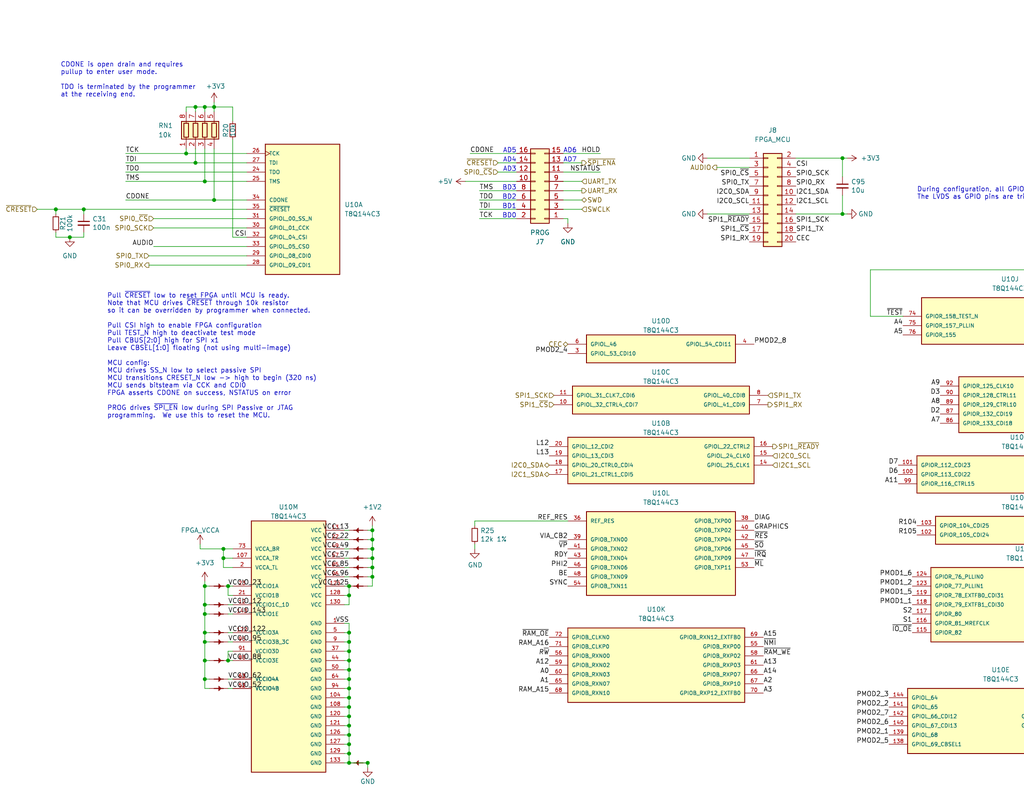
<source format=kicad_sch>
(kicad_sch (version 20211123) (generator eeschema)
  (paper "A")
  (title_block (title "CBM PET Mainboard Replacement"))
  (junction (at 82.55 233.68))
  (junction (at 400.05 153.67))
  (junction (at 19.05 233.68))
  (junction (at 95.25 200.66))
  (junction (at 138.43 259.08))
  (junction (at 100.33 208.28))
  (junction (at 55.88 180.34))
  (junction (at 53.34 44.45))
  (junction (at 365.76 81.28))
  (junction (at 95.25 241.3))
  (junction (at 101.6 154.94))
  (junction (at 125.73 259.08))
  (junction (at 95.25 187.96))
  (junction (at 107.95 233.68))
  (junction (at 95.25 205.74))
  (junction (at 19.05 64.77))
  (junction (at 100.33 259.08))
  (junction (at 113.03 259.08))
  (junction (at 101.6 147.32))
  (junction (at 36.83 259.08))
  (junction (at 55.88 29.21))
  (junction (at 229.87 43.18))
  (junction (at 100.33 251.46))
  (junction (at 95.25 180.34))
  (junction (at 55.88 49.53))
  (junction (at 22.86 57.15))
  (junction (at 44.45 241.3))
  (junction (at 19.05 241.3))
  (junction (at 364.49 161.29))
  (junction (at 229.87 58.42))
  (junction (at 440.69 102.87))
  (junction (at 411.48 43.18))
  (junction (at 57.15 233.68))
  (junction (at 58.42 29.21))
  (junction (at 163.83 259.08))
  (junction (at 120.65 241.3))
  (junction (at 402.59 52.07))
  (junction (at 62.23 160.02))
  (junction (at 317.5 17.78))
  (junction (at 151.13 259.08))
  (junction (at 163.83 251.46))
  (junction (at 31.75 241.3))
  (junction (at 82.55 241.3))
  (junction (at 31.75 233.68))
  (junction (at 50.8 41.91))
  (junction (at 336.55 10.16))
  (junction (at 95.25 185.42))
  (junction (at 95.25 190.5))
  (junction (at 49.53 259.08))
  (junction (at 95.25 198.12))
  (junction (at 60.96 149.86))
  (junction (at 62.23 251.46))
  (junction (at 151.13 251.46))
  (junction (at 101.6 157.48))
  (junction (at 95.25 172.72))
  (junction (at 87.63 259.08))
  (junction (at 382.27 17.78))
  (junction (at 55.88 160.02))
  (junction (at 384.81 203.2))
  (junction (at 125.73 251.46))
  (junction (at 402.59 161.29))
  (junction (at 389.89 17.78))
  (junction (at 87.63 251.46))
  (junction (at 101.6 144.78))
  (junction (at 138.43 251.46))
  (junction (at 60.96 152.4))
  (junction (at 53.34 29.21))
  (junction (at 69.85 233.68))
  (junction (at 95.25 160.02))
  (junction (at 325.12 17.78))
  (junction (at 95.25 203.2))
  (junction (at 57.15 241.3))
  (junction (at 15.24 57.15))
  (junction (at 107.95 241.3))
  (junction (at 113.03 251.46))
  (junction (at 440.69 90.17))
  (junction (at 55.88 185.42))
  (junction (at 55.88 167.64))
  (junction (at 400.05 168.91))
  (junction (at 120.65 233.68))
  (junction (at 74.93 251.46))
  (junction (at 69.85 241.3))
  (junction (at 323.85 88.9))
  (junction (at 323.85 83.82))
  (junction (at 95.25 177.8))
  (junction (at 365.76 129.54))
  (junction (at 95.25 175.26))
  (junction (at 55.88 175.26))
  (junction (at 95.25 162.56))
  (junction (at 477.52 87.63))
  (junction (at 74.93 259.08))
  (junction (at 101.6 152.4))
  (junction (at 36.83 251.46))
  (junction (at 62.23 180.34))
  (junction (at 49.53 251.46))
  (junction (at 62.23 259.08))
  (junction (at 55.88 172.72))
  (junction (at 95.25 208.28))
  (junction (at 95.25 193.04))
  (junction (at 95.25 233.68))
  (junction (at 58.42 54.61))
  (junction (at 401.32 10.16))
  (junction (at 95.25 182.88))
  (junction (at 101.6 149.86))
  (junction (at 95.25 195.58))
  (junction (at 55.88 165.1))
  (junction (at 44.45 233.68))
  (junction (at 323.85 86.36))
  (junction (at 477.52 115.57))
  (bus_entry (at 408.94 101.6) (size -2.54 -2.54))
  (bus_entry (at 397.51 114.3) (size -2.54 -2.54))
  (bus_entry (at 397.51 116.84) (size -2.54 -2.54))
  (bus_entry (at 397.51 121.92) (size -2.54 -2.54))
  (bus_entry (at 397.51 88.9) (size -2.54 2.54))
  (bus_entry (at 397.51 86.36) (size -2.54 2.54))
  (bus_entry (at 365.76 101.6) (size 2.54 2.54))
  (bus_entry (at 397.51 93.98) (size -2.54 2.54))
  (bus_entry (at 397.51 91.44) (size -2.54 2.54))
  (bus_entry (at 365.76 109.22) (size 2.54 2.54))
  (bus_entry (at 365.76 106.68) (size 2.54 2.54))
  (bus_entry (at 365.76 104.14) (size 2.54 2.54))
  (bus_entry (at 365.76 116.84) (size 2.54 2.54))
  (bus_entry (at 365.76 111.76) (size 2.54 2.54))
  (bus_entry (at 365.76 93.98) (size 2.54 2.54))
  (bus_entry (at 365.76 99.06) (size 2.54 2.54))
  (bus_entry (at 365.76 96.52) (size 2.54 2.54))
  (bus_entry (at 365.76 86.36) (size 2.54 2.54))
  (bus_entry (at 365.76 91.44) (size 2.54 2.54))
  (bus_entry (at 365.76 88.9) (size 2.54 2.54))
  (bus_entry (at 365.76 124.46) (size 2.54 -2.54))
  (bus_entry (at 365.76 119.38) (size 2.54 -2.54))
  (bus_entry (at 397.51 109.22) (size -2.54 -2.54))
  (bus_entry (at 397.51 124.46) (size -2.54 -2.54))
  (bus_entry (at 397.51 119.38) (size -2.54 -2.54))
  (bus_entry (at 397.51 106.68) (size -2.54 -2.54))
  (bus_entry (at 408.94 104.14) (size -2.54 -2.54))
  (bus_entry (at 397.51 111.76) (size -2.54 -2.54))
  (wire (pts (xy 372.11 170.18) (xy 372.11 167.64)))
  (wire (pts (xy 368.3 99.06) (xy 377.19 99.06)))
  (wire (pts (xy 309.88 83.82) (xy 309.88 73.66)))
  (wire (pts (xy 389.89 119.38) (xy 394.97 119.38)))
  (wire (pts (xy 53.34 44.45) (xy 67.31 44.45)))
  (wire (pts (xy 394.97 152.4) (xy 394.97 154.94)))
  (wire (pts (xy 93.98 182.88) (xy 95.25 182.88)))
  (wire (pts (xy 400.05 168.91) (xy 402.59 168.91)))
  (wire (pts (xy 375.92 7.62) (xy 374.65 7.62)))
  (wire (pts (xy 100.33 149.86) (xy 101.6 149.86)))
  (bus (pts (xy 365.76 99.06) (xy 365.76 101.6)))
  (wire (pts (xy 62.23 165.1) (xy 63.5 165.1)))
  (wire (pts (xy 57.15 233.68) (xy 69.85 233.68)))
  (wire (pts (xy 19.05 64.77) (xy 15.24 64.77)))
  (wire (pts (xy 100.33 144.78) (xy 101.6 144.78)))
  (wire (pts (xy 237.49 86.36) (xy 246.38 86.36)))
  (wire (pts (xy 55.88 180.34) (xy 55.88 185.42)))
  (wire (pts (xy 377.19 152.4) (xy 377.19 154.94)))
  (wire (pts (xy 382.27 153.67) (xy 400.05 153.67)))
  (wire (pts (xy 101.6 149.86) (xy 101.6 152.4)))
  (wire (pts (xy 95.25 203.2) (xy 95.25 205.74)))
  (wire (pts (xy 389.89 7.62) (xy 389.89 17.78)))
  (wire (pts (xy 440.69 85.09) (xy 440.69 90.17)))
  (bus (pts (xy 408.94 129.54) (xy 365.76 129.54)))
  (wire (pts (xy 62.23 177.8) (xy 63.5 177.8)))
  (bus (pts (xy 365.76 81.28) (xy 365.76 86.36)))
  (wire (pts (xy 24.13 252.73) (xy 24.13 251.46)))
  (wire (pts (xy 101.6 152.4) (xy 101.6 154.94)))
  (wire (pts (xy 242.57 248.92) (xy 242.57 250.19)))
  (bus (pts (xy 397.51 124.46) (xy 397.51 125.73)))
  (wire (pts (xy 364.49 154.94) (xy 367.03 154.94)))
  (wire (pts (xy 368.3 111.76) (xy 377.19 111.76)))
  (wire (pts (xy 55.88 172.72) (xy 55.88 175.26)))
  (wire (pts (xy 368.3 88.9) (xy 377.19 88.9)))
  (wire (pts (xy 34.29 54.61) (xy 58.42 54.61)))
  (wire (pts (xy 40.64 72.39) (xy 67.31 72.39)))
  (bus (pts (xy 397.51 116.84) (xy 397.51 119.38)))
  (wire (pts (xy 387.35 170.18) (xy 387.35 167.64)))
  (bus (pts (xy 365.76 106.68) (xy 365.76 109.22)))
  (wire (pts (xy 93.98 200.66) (xy 95.25 200.66)))
  (wire (pts (xy 87.63 259.08) (xy 87.63 257.81)))
  (wire (pts (xy 392.43 152.4) (xy 392.43 154.94)))
  (bus (pts (xy 365.76 81.28) (xy 363.22 81.28)))
  (wire (pts (xy 138.43 259.08) (xy 125.73 259.08)))
  (wire (pts (xy 153.67 41.91) (xy 163.83 41.91)))
  (wire (pts (xy 57.15 167.64) (xy 55.88 167.64)))
  (wire (pts (xy 226.06 236.22) (xy 223.52 236.22)))
  (wire (pts (xy 368.3 104.14) (xy 377.19 104.14)))
  (wire (pts (xy 375.92 10.16) (xy 373.38 10.16)))
  (wire (pts (xy 36.83 259.08) (xy 36.83 257.81)))
  (wire (pts (xy 440.69 99.06) (xy 440.69 102.87)))
  (wire (pts (xy 125.73 252.73) (xy 125.73 251.46)))
  (wire (pts (xy 95.25 172.72) (xy 95.25 175.26)))
  (wire (pts (xy 133.35 240.03) (xy 133.35 241.3)))
  (wire (pts (xy 107.95 241.3) (xy 107.95 240.03)))
  (wire (pts (xy 100.33 160.02) (xy 101.6 160.02)))
  (wire (pts (xy 153.67 59.69) (xy 154.94 59.69)))
  (wire (pts (xy 93.98 190.5) (xy 95.25 190.5)))
  (wire (pts (xy 93.98 193.04) (xy 95.25 193.04)))
  (wire (pts (xy 379.73 170.18) (xy 379.73 167.64)))
  (wire (pts (xy 309.88 7.62) (xy 309.88 17.78)))
  (wire (pts (xy 368.3 93.98) (xy 377.19 93.98)))
  (wire (pts (xy 95.25 208.28) (xy 100.33 208.28)))
  (wire (pts (xy 95.25 195.58) (xy 95.25 198.12)))
  (wire (pts (xy 58.42 29.21) (xy 63.5 29.21)))
  (wire (pts (xy 57.15 165.1) (xy 55.88 165.1)))
  (wire (pts (xy 223.52 234.95) (xy 223.52 236.22)))
  (wire (pts (xy 101.6 144.78) (xy 101.6 143.51)))
  (wire (pts (xy 69.85 241.3) (xy 69.85 240.03)))
  (wire (pts (xy 95.25 241.3) (xy 107.95 241.3)))
  (wire (pts (xy 40.64 69.85) (xy 67.31 69.85)))
  (wire (pts (xy 303.53 245.11) (xy 306.07 245.11)))
  (wire (pts (xy 240.03 236.22) (xy 242.57 236.22)))
  (wire (pts (xy 151.13 251.46) (xy 163.83 251.46)))
  (wire (pts (xy 388.62 7.62) (xy 389.89 7.62)))
  (wire (pts (xy 95.25 180.34) (xy 95.25 182.88)))
  (wire (pts (xy 62.23 259.08) (xy 49.53 259.08)))
  (wire (pts (xy 55.88 175.26) (xy 55.88 180.34)))
  (wire (pts (xy 401.32 10.16) (xy 401.32 11.43)))
  (wire (pts (xy 383.54 203.2) (xy 384.81 203.2)))
  (wire (pts (xy 49.53 252.73) (xy 49.53 251.46)))
  (wire (pts (xy 93.98 154.94) (xy 95.25 154.94)))
  (wire (pts (xy 34.29 41.91) (xy 50.8 41.91)))
  (wire (pts (xy 384.81 43.18) (xy 384.81 52.07)))
  (wire (pts (xy 41.91 67.31) (xy 67.31 67.31)))
  (wire (pts (xy 62.23 180.34) (xy 62.23 177.8)))
  (wire (pts (xy 400.05 153.67) (xy 402.59 153.67)))
  (wire (pts (xy 368.3 121.92) (xy 377.19 121.92)))
  (wire (pts (xy 101.6 147.32) (xy 101.6 149.86)))
  (wire (pts (xy 365.76 66.04) (xy 367.03 66.04)))
  (wire (pts (xy 93.98 149.86) (xy 95.25 149.86)))
  (wire (pts (xy 237.49 73.66) (xy 237.49 86.36)))
  (wire (pts (xy 95.25 165.1) (xy 93.98 165.1)))
  (wire (pts (xy 100.33 208.28) (xy 100.33 209.55)))
  (wire (pts (xy 229.87 43.18) (xy 229.87 48.26)))
  (wire (pts (xy 402.59 64.77) (xy 400.05 64.77)))
  (wire (pts (xy 87.63 252.73) (xy 87.63 251.46)))
  (wire (pts (xy 60.96 154.94) (xy 63.5 154.94)))
  (wire (pts (xy 368.3 106.68) (xy 377.19 106.68)))
  (wire (pts (xy 311.15 10.16) (xy 308.61 10.16)))
  (wire (pts (xy 34.29 44.45) (xy 53.34 44.45)))
  (wire (pts (xy 400.05 153.67) (xy 400.05 154.94)))
  (wire (pts (xy 374.65 170.18) (xy 374.65 167.64)))
  (wire (pts (xy 389.89 170.18) (xy 389.89 167.64)))
  (wire (pts (xy 50.8 41.91) (xy 67.31 41.91)))
  (wire (pts (xy 107.95 241.3) (xy 120.65 241.3)))
  (wire (pts (xy 95.25 241.3) (xy 95.25 240.03)))
  (wire (pts (xy 49.53 259.08) (xy 36.83 259.08)))
  (wire (pts (xy 95.25 205.74) (xy 95.25 208.28)))
  (wire (pts (xy 477.52 87.63) (xy 477.52 85.09)))
  (wire (pts (xy 74.93 259.08) (xy 87.63 259.08)))
  (bus (pts (xy 365.76 91.44) (xy 365.76 93.98)))
  (wire (pts (xy 401.32 10.16) (xy 401.32 8.89)))
  (wire (pts (xy 95.25 208.28) (xy 93.98 208.28)))
  (wire (pts (xy 368.3 96.52) (xy 377.19 96.52)))
  (wire (pts (xy 57.15 187.96) (xy 55.88 187.96)))
  (wire (pts (xy 63.5 38.1) (xy 63.5 64.77)))
  (wire (pts (xy 304.8 86.36) (xy 312.42 86.36)))
  (wire (pts (xy 62.23 251.46) (xy 74.93 251.46)))
  (wire (pts (xy 93.98 180.34) (xy 95.25 180.34)))
  (wire (pts (xy 138.43 251.46) (xy 138.43 252.73)))
  (wire (pts (xy 93.98 205.74) (xy 95.25 205.74)))
  (wire (pts (xy 62.23 257.81) (xy 62.23 259.08)))
  (wire (pts (xy 383.54 201.93) (xy 383.54 203.2)))
  (wire (pts (xy 50.8 29.21) (xy 53.34 29.21)))
  (wire (pts (xy 58.42 29.21) (xy 58.42 30.48)))
  (wire (pts (xy 402.59 52.07) (xy 402.59 64.77)))
  (wire (pts (xy 130.81 59.69) (xy 140.97 59.69)))
  (wire (pts (xy 19.05 241.3) (xy 31.75 241.3)))
  (wire (pts (xy 74.93 259.08) (xy 62.23 259.08)))
  (wire (pts (xy 133.35 233.68) (xy 133.35 234.95)))
  (wire (pts (xy 325.12 7.62) (xy 325.12 17.78)))
  (wire (pts (xy 242.57 236.22) (xy 242.57 238.76)))
  (wire (pts (xy 401.32 17.78) (xy 401.32 16.51)))
  (wire (pts (xy 304.8 88.9) (xy 312.42 88.9)))
  (bus (pts (xy 365.76 101.6) (xy 365.76 104.14)))
  (wire (pts (xy 53.34 40.64) (xy 53.34 44.45)))
  (wire (pts (xy 384.81 64.77) (xy 384.81 69.85)))
  (bus (pts (xy 397.51 91.44) (xy 397.51 88.9)))
  (wire (pts (xy 368.3 101.6) (xy 377.19 101.6)))
  (wire (pts (xy 62.23 162.56) (xy 62.23 160.02)))
  (wire (pts (xy 364.49 161.29) (xy 364.49 167.64)))
  (wire (pts (xy 113.03 259.08) (xy 100.33 259.08)))
  (wire (pts (xy 231.14 43.18) (xy 229.87 43.18)))
  (wire (pts (xy 95.25 160.02) (xy 95.25 162.56)))
  (wire (pts (xy 95.25 190.5) (xy 95.25 193.04)))
  (wire (pts (xy 74.93 257.81) (xy 74.93 259.08)))
  (wire (pts (xy 57.15 172.72) (xy 55.88 172.72)))
  (wire (pts (xy 400.05 52.07) (xy 402.59 52.07)))
  (wire (pts (xy 400.05 168.91) (xy 400.05 167.64)))
  (wire (pts (xy 311.15 7.62) (xy 309.88 7.62)))
  (wire (pts (xy 374.65 17.78) (xy 382.27 17.78)))
  (wire (pts (xy 107.95 233.68) (xy 120.65 233.68)))
  (wire (pts (xy 323.85 10.16) (xy 336.55 10.16)))
  (wire (pts (xy 158.75 44.45) (xy 153.67 44.45)))
  (wire (pts (xy 95.25 177.8) (xy 95.25 180.34)))
  (wire (pts (xy 19.05 241.3) (xy 19.05 242.57)))
  (wire (pts (xy 400.05 168.91) (xy 382.27 168.91)))
  (wire (pts (xy 389.89 109.22) (xy 394.97 109.22)))
  (wire (pts (xy 369.57 170.18) (xy 369.57 167.64)))
  (wire (pts (xy 55.88 158.75) (xy 55.88 160.02)))
  (wire (pts (xy 93.98 198.12) (xy 95.25 198.12)))
  (wire (pts (xy 125.73 251.46) (xy 138.43 251.46)))
  (wire (pts (xy 50.8 40.64) (xy 50.8 41.91)))
  (wire (pts (xy 34.29 49.53) (xy 55.88 49.53)))
  (wire (pts (xy 113.03 251.46) (xy 125.73 251.46)))
  (bus (pts (xy 408.94 104.14) (xy 408.94 129.54)))
  (wire (pts (xy 195.58 45.72) (xy 204.47 45.72)))
  (wire (pts (xy 130.81 54.61) (xy 140.97 54.61)))
  (wire (pts (xy 15.24 57.15) (xy 22.86 57.15)))
  (wire (pts (xy 22.86 57.15) (xy 67.31 57.15)))
  (wire (pts (xy 19.05 231.14) (xy 19.05 233.68)))
  (wire (pts (xy 62.23 172.72) (xy 63.5 172.72)))
  (wire (pts (xy 120.65 241.3) (xy 120.65 240.03)))
  (wire (pts (xy 389.89 101.6) (xy 406.4 101.6)))
  (bus (pts (xy 365.76 124.46) (xy 365.76 129.54)))
  (wire (pts (xy 93.98 177.8) (xy 95.25 177.8)))
  (wire (pts (xy 58.42 40.64) (xy 58.42 54.61)))
  (wire (pts (xy 368.3 116.84) (xy 377.19 116.84)))
  (wire (pts (xy 93.98 157.48) (xy 95.25 157.48)))
  (bus (pts (xy 397.51 109.22) (xy 397.51 111.76)))
  (wire (pts (xy 93.98 160.02) (xy 95.25 160.02)))
  (wire (pts (xy 477.52 115.57) (xy 467.36 115.57)))
  (wire (pts (xy 93.98 172.72) (xy 95.25 172.72)))
  (wire (pts (xy 154.94 59.69) (xy 154.94 60.96)))
  (wire (pts (xy 389.89 114.3) (xy 394.97 114.3)))
  (bus (pts (xy 397.51 119.38) (xy 397.51 121.92)))
  (wire (pts (xy 323.85 83.82) (xy 323.85 86.36)))
  (wire (pts (xy 55.88 40.64) (xy 55.88 49.53)))
  (wire (pts (xy 411.48 43.18) (xy 411.48 69.85)))
  (wire (pts (xy 303.53 200.66) (xy 313.69 200.66)))
  (wire (pts (xy 95.25 162.56) (xy 95.25 165.1)))
  (wire (pts (xy 101.6 154.94) (xy 101.6 157.48)))
  (wire (pts (xy 60.96 152.4) (xy 63.5 152.4)))
  (wire (pts (xy 62.23 185.42) (xy 63.5 185.42)))
  (wire (pts (xy 377.19 170.18) (xy 377.19 167.64)))
  (wire (pts (xy 384.81 170.18) (xy 384.81 167.64)))
  (wire (pts (xy 309.88 17.78) (xy 317.5 17.78)))
  (wire (pts (xy 95.25 233.68) (xy 107.95 233.68)))
  (wire (pts (xy 95.25 182.88) (xy 95.25 185.42)))
  (wire (pts (xy 382.27 168.91) (xy 382.27 167.64)))
  (wire (pts (xy 54.61 149.86) (xy 54.61 148.59)))
  (wire (pts (xy 62.23 252.73) (xy 62.23 251.46)))
  (wire (pts (xy 101.6 157.48) (xy 101.6 160.02)))
  (wire (pts (xy 93.98 187.96) (xy 95.25 187.96)))
  (wire (pts (xy 389.89 121.92) (xy 394.97 121.92)))
  (wire (pts (xy 82.55 241.3) (xy 82.55 240.03)))
  (wire (pts (xy 57.15 241.3) (xy 69.85 241.3)))
  (bus (pts (xy 397.51 86.36) (xy 397.51 81.28)))
  (wire (pts (xy 95.25 170.18) (xy 95.25 172.72)))
  (wire (pts (xy 440.69 93.98) (xy 440.69 90.17)))
  (wire (pts (xy 336.55 10.16) (xy 336.55 11.43)))
  (wire (pts (xy 140.97 41.91) (xy 128.27 41.91)))
  (wire (pts (xy 402.59 161.29) (xy 402.59 168.91)))
  (wire (pts (xy 158.75 52.07) (xy 153.67 52.07)))
  (wire (pts (xy 323.85 91.44) (xy 322.58 91.44)))
  (wire (pts (xy 125.73 257.81) (xy 125.73 259.08)))
  (wire (pts (xy 95.25 234.95) (xy 95.25 233.68)))
  (bus (pts (xy 397.51 121.92) (xy 397.51 124.46)))
  (wire (pts (xy 304.8 91.44) (xy 312.42 91.44)))
  (wire (pts (xy 15.24 63.5) (xy 15.24 64.77)))
  (wire (pts (xy 24.13 259.08) (xy 24.13 257.81)))
  (wire (pts (xy 93.98 195.58) (xy 95.25 195.58)))
  (wire (pts (xy 336.55 10.16) (xy 336.55 8.89)))
  (bus (pts (xy 365.76 96.52) (xy 365.76 99.06)))
  (wire (pts (xy 100.33 251.46) (xy 113.03 251.46)))
  (wire (pts (xy 36.83 251.46) (xy 49.53 251.46)))
  (wire (pts (xy 323.85 82.55) (xy 323.85 83.82)))
  (wire (pts (xy 100.33 252.73) (xy 100.33 251.46)))
  (wire (pts (xy 163.83 250.19) (xy 163.83 251.46)))
  (wire (pts (xy 325.12 17.78) (xy 317.5 17.78)))
  (wire (pts (xy 389.89 91.44) (xy 394.97 91.44)))
  (bus (pts (xy 397.51 81.28) (xy 365.76 81.28)))
  (wire (pts (xy 384.81 69.85) (xy 411.48 69.85)))
  (wire (pts (xy 95.25 185.42) (xy 95.25 187.96)))
  (wire (pts (xy 322.58 83.82) (xy 323.85 83.82)))
  (wire (pts (xy 138.43 259.08) (xy 151.13 259.08)))
  (wire (pts (xy 49.53 251.46) (xy 62.23 251.46)))
  (wire (pts (xy 384.81 152.4) (xy 384.81 154.94)))
  (wire (pts (xy 388.62 10.16) (xy 401.32 10.16)))
  (wire (pts (xy 158.75 54.61) (xy 153.67 54.61)))
  (wire (pts (xy 325.12 17.78) (xy 336.55 17.78)))
  (wire (pts (xy 55.88 160.02) (xy 55.88 165.1)))
  (wire (pts (xy 60.96 152.4) (xy 60.96 154.94)))
  (wire (pts (xy 36.83 259.08) (xy 24.13 259.08)))
  (bus (pts (xy 397.51 125.73) (xy 398.78 125.73)))
  (wire (pts (xy 93.98 147.32) (xy 95.25 147.32)))
  (wire (pts (xy 127 49.53) (xy 140.97 49.53)))
  (wire (pts (xy 323.85 88.9) (xy 322.58 88.9)))
  (wire (pts (xy 138.43 251.46) (xy 151.13 251.46)))
  (wire (pts (xy 158.75 57.15) (xy 153.67 57.15)))
  (wire (pts (xy 389.89 88.9) (xy 394.97 88.9)))
  (wire (pts (xy 57.15 180.34) (xy 55.88 180.34)))
  (wire (pts (xy 34.29 46.99) (xy 67.31 46.99)))
  (wire (pts (xy 336.55 17.78) (xy 336.55 16.51)))
  (wire (pts (xy 392.43 170.18) (xy 392.43 167.64)))
  (wire (pts (xy 93.98 144.78) (xy 95.25 144.78)))
  (wire (pts (xy 62.23 180.34) (xy 63.5 180.34)))
  (bus (pts (xy 365.76 129.54) (xy 363.22 129.54)))
  (wire (pts (xy 402.59 50.8) (xy 402.59 52.07)))
  (wire (pts (xy 53.34 29.21) (xy 53.34 30.48)))
  (bus (pts (xy 397.51 114.3) (xy 397.51 116.84)))
  (wire (pts (xy 374.65 7.62) (xy 374.65 17.78)))
  (wire (pts (xy 309.88 73.66) (xy 237.49 73.66)))
  (wire (pts (xy 382.27 154.94) (xy 382.27 153.67)))
  (wire (pts (xy 129.54 148.59) (xy 129.54 149.86)))
  (wire (pts (xy 22.86 57.15) (xy 22.86 58.42)))
  (wire (pts (xy 44.45 241.3) (xy 44.45 240.03)))
  (wire (pts (xy 41.91 59.69) (xy 67.31 59.69)))
  (wire (pts (xy 402.59 153.67) (xy 402.59 161.29)))
  (wire (pts (xy 440.69 102.87) (xy 454.66 102.87)))
  (wire (pts (xy 120.65 241.3) (xy 133.35 241.3)))
  (wire (pts (xy 55.88 29.21) (xy 55.88 30.48)))
  (wire (pts (xy 138.43 257.81) (xy 138.43 259.08)))
  (bus (pts (xy 365.76 111.76) (xy 365.76 116.84)))
  (wire (pts (xy 204.47 43.18) (xy 193.04 43.18)))
  (wire (pts (xy 95.25 200.66) (xy 95.25 203.2)))
  (wire (pts (xy 154.94 142.24) (xy 129.54 142.24)))
  (wire (pts (xy 93.98 175.26) (xy 95.25 175.26)))
  (wire (pts (xy 31.75 241.3) (xy 44.45 241.3)))
  (wire (pts (xy 411.48 41.91) (xy 411.48 43.18)))
  (wire (pts (xy 323.85 86.36) (xy 323.85 88.9)))
  (wire (pts (xy 229.87 58.42) (xy 231.14 58.42)))
  (wire (pts (xy 368.3 119.38) (xy 377.19 119.38)))
  (wire (pts (xy 22.86 63.5) (xy 22.86 64.77)))
  (bus (pts (xy 397.51 88.9) (xy 397.51 86.36)))
  (wire (pts (xy 62.23 175.26) (xy 63.5 175.26)))
  (wire (pts (xy 120.65 233.68) (xy 133.35 233.68)))
  (wire (pts (xy 397.51 152.4) (xy 397.51 154.94)))
  (bus (pts (xy 397.51 111.76) (xy 397.51 114.3)))
  (wire (pts (xy 163.83 259.08) (xy 151.13 259.08)))
  (wire (pts (xy 82.55 234.95) (xy 82.55 233.68)))
  (wire (pts (xy 100.33 154.94) (xy 101.6 154.94)))
  (wire (pts (xy 19.05 234.95) (xy 19.05 233.68)))
  (wire (pts (xy 100.33 152.4) (xy 101.6 152.4)))
  (wire (pts (xy 364.49 167.64) (xy 367.03 167.64)))
  (wire (pts (xy 389.89 111.76) (xy 394.97 111.76)))
  (wire (pts (xy 151.13 251.46) (xy 151.13 252.73)))
  (wire (pts (xy 364.49 161.29) (xy 364.49 154.94)))
  (wire (pts (xy 312.42 83.82) (xy 309.88 83.82)))
  (wire (pts (xy 163.83 259.08) (xy 163.83 260.35)))
  (bus (pts (xy 408.94 101.6) (xy 408.94 104.14)))
  (wire (pts (xy 389.89 96.52) (xy 394.97 96.52)))
  (wire (pts (xy 60.96 149.86) (xy 54.61 149.86)))
  (wire (pts (xy 374.65 152.4) (xy 374.65 154.94)))
  (wire (pts (xy 95.25 187.96) (xy 95.25 190.5)))
  (bus (pts (xy 365.76 109.22) (xy 365.76 111.76)))
  (wire (pts (xy 368.3 109.22) (xy 377.19 109.22)))
  (wire (pts (xy 387.35 152.4) (xy 387.35 154.94)))
  (wire (pts (xy 129.54 142.24) (xy 129.54 143.51)))
  (wire (pts (xy 63.5 162.56) (xy 62.23 162.56)))
  (wire (pts (xy 369.57 152.4) (xy 369.57 154.94)))
  (wire (pts (xy 41.91 62.23) (xy 67.31 62.23)))
  (wire (pts (xy 95.25 175.26) (xy 95.25 177.8)))
  (bus (pts (xy 365.76 104.14) (xy 365.76 106.68)))
  (wire (pts (xy 93.98 162.56) (xy 95.25 162.56)))
  (wire (pts (xy 135.89 44.45) (xy 140.97 44.45)))
  (wire (pts (xy 55.88 185.42) (xy 55.88 187.96)))
  (wire (pts (xy 22.86 64.77) (xy 19.05 64.77)))
  (wire (pts (xy 57.15 175.26) (xy 55.88 175.26)))
  (wire (pts (xy 44.45 241.3) (xy 57.15 241.3)))
  (wire (pts (xy 163.83 257.81) (xy 163.83 259.08)))
  (wire (pts (xy 69.85 233.68) (xy 82.55 233.68)))
  (wire (pts (xy 113.03 252.73) (xy 113.03 251.46)))
  (wire (pts (xy 69.85 234.95) (xy 69.85 233.68)))
  (wire (pts (xy 323.85 88.9) (xy 323.85 91.44)))
  (wire (pts (xy 69.85 241.3) (xy 82.55 241.3)))
  (wire (pts (xy 55.88 29.21) (xy 58.42 29.21)))
  (wire (pts (xy 151.13 257.81) (xy 151.13 259.08)))
  (wire (pts (xy 95.25 198.12) (xy 95.25 200.66)))
  (wire (pts (xy 58.42 27.94) (xy 58.42 29.21)))
  (wire (pts (xy 303.53 193.04) (xy 313.69 193.04)))
  (wire (pts (xy 229.87 53.34) (xy 229.87 58.42)))
  (bus (pts (xy 365.76 93.98) (xy 365.76 96.52)))
  (wire (pts (xy 55.88 167.64) (xy 55.88 172.72)))
  (bus (pts (xy 397.51 106.68) (xy 397.51 109.22)))
  (wire (pts (xy 31.75 234.95) (xy 31.75 233.68)))
  (wire (pts (xy 394.97 170.18) (xy 394.97 167.64)))
  (wire (pts (xy 36.83 252.73) (xy 36.83 251.46)))
  (wire (pts (xy 389.89 17.78) (xy 382.27 17.78)))
  (wire (pts (xy 389.89 106.68) (xy 394.97 106.68)))
  (wire (pts (xy 367.03 66.04) (xy 367.03 64.77)))
  (wire (pts (xy 57.15 234.95) (xy 57.15 233.68)))
  (wire (pts (xy 10.16 57.15) (xy 15.24 57.15)))
  (wire (pts (xy 100.33 259.08) (xy 100.33 257.81)))
  (wire (pts (xy 58.42 54.61) (xy 67.31 54.61)))
  (wire (pts (xy 372.11 152.4) (xy 372.11 154.94)))
  (wire (pts (xy 389.89 116.84) (xy 394.97 116.84)))
  (wire (pts (xy 368.3 114.3) (xy 377.19 114.3)))
  (wire (pts (xy 31.75 241.3) (xy 31.75 240.03)))
  (wire (pts (xy 436.88 135.89) (xy 454.66 135.89)))
  (wire (pts (xy 397.51 170.18) (xy 397.51 167.64)))
  (wire (pts (xy 477.52 102.87) (xy 477.52 115.57)))
  (wire (pts (xy 19.05 240.03) (xy 19.05 241.3)))
  (wire (pts (xy 60.96 149.86) (xy 63.5 149.86)))
  (wire (pts (xy 125.73 259.08) (xy 113.03 259.08)))
  (wire (pts (xy 93.98 152.4) (xy 95.25 152.4)))
  (wire (pts (xy 107.95 234.95) (xy 107.95 233.68)))
  (wire (pts (xy 93.98 170.18) (xy 95.25 170.18)))
  (wire (pts (xy 384.81 203.2) (xy 386.08 203.2)))
  (wire (pts (xy 204.47 58.42) (xy 193.04 58.42)))
  (wire (pts (xy 163.83 251.46) (xy 163.83 252.73)))
  (wire (pts (xy 87.63 251.46) (xy 100.33 251.46)))
  (wire (pts (xy 386.08 201.93) (xy 386.08 203.2)))
  (wire (pts (xy 63.5 64.77) (xy 67.31 64.77)))
  (wire (pts (xy 55.88 165.1) (xy 55.88 167.64)))
  (wire (pts (xy 323.85 86.36) (xy 322.58 86.36)))
  (wire (pts (xy 389.89 104.14) (xy 394.97 104.14)))
  (bus (pts (xy 365.76 119.38) (xy 365.76 124.46)))
  (wire (pts (xy 323.85 7.62) (xy 325.12 7.62)))
  (wire (pts (xy 100.33 157.48) (xy 101.6 157.48)))
  (wire (pts (xy 130.81 52.07) (xy 140.97 52.07)))
  (wire (pts (xy 50.8 29.21) (xy 50.8 30.48)))
  (wire (pts (xy 217.17 58.42) (xy 229.87 58.42)))
  (wire (pts (xy 389.89 17.78) (xy 401.32 17.78)))
  (wire (pts (xy 53.34 29.21) (xy 55.88 29.21)))
  (wire (pts (xy 82.55 233.68) (xy 95.25 233.68)))
  (wire (pts (xy 19.05 233.68) (xy 31.75 233.68)))
  (wire (pts (xy 15.24 57.15) (xy 15.24 58.42)))
  (wire (pts (xy 60.96 149.86) (xy 60.96 152.4)))
  (wire (pts (xy 158.75 49.53) (xy 153.67 49.53)))
  (wire (pts (xy 467.36 87.63) (xy 477.52 87.63)))
  (wire (pts (xy 95.25 193.04) (xy 95.25 195.58)))
  (wire (pts (xy 44.45 234.95) (xy 44.45 233.68)))
  (wire (pts (xy 93.98 203.2) (xy 95.25 203.2)))
  (wire (pts (xy 220.98 243.84) (xy 228.6 243.84)))
  (wire (pts (xy 477.52 116.84) (xy 477.52 115.57)))
  (wire (pts (xy 234.95 243.84) (xy 233.68 243.84)))
  (wire (pts (xy 389.89 93.98) (xy 394.97 93.98)))
  (wire (pts (xy 389.89 99.06) (xy 406.4 99.06)))
  (bus (pts (xy 397.51 93.98) (xy 397.51 91.44)))
  (wire (pts (xy 24.13 251.46) (xy 36.83 251.46)))
  (bus (pts (xy 365.76 86.36) (xy 365.76 88.9)))
  (wire (pts (xy 31.75 233.68) (xy 44.45 233.68)))
  (wire (pts (xy 289.56 245.11) (xy 279.4 245.11)))
  (wire (pts (xy 389.89 152.4) (xy 389.89 154.94)))
  (wire (pts (xy 440.69 90.17) (xy 454.66 90.17)))
  (wire (pts (xy 153.67 46.99) (xy 163.83 46.99)))
  (bus (pts (xy 365.76 88.9) (xy 365.76 91.44)))
  (wire (pts (xy 120.65 234.95) (xy 120.65 233.68)))
  (wire (pts (xy 82.55 241.3) (xy 95.25 241.3)))
  (wire (pts (xy 113.03 257.81) (xy 113.03 259.08)))
  (wire (pts (xy 62.23 167.64) (xy 63.5 167.64)))
  (wire (pts (xy 57.15 185.42) (xy 55.88 185.42)))
  (wire (pts (xy 130.81 57.15) (xy 140.97 57.15)))
  (wire (pts (xy 63.5 29.21) (xy 63.5 33.02)))
  (wire (pts (xy 436.88 87.63) (xy 454.66 87.63)))
  (wire (pts (xy 231.14 236.22) (xy 232.41 236.22)))
  (wire (pts (xy 44.45 233.68) (xy 57.15 233.68)))
  (wire (pts (xy 101.6 144.78) (xy 101.6 147.32)))
  (wire (pts (xy 229.87 43.18) (xy 217.17 43.18)))
  (wire (pts (xy 62.23 160.02) (xy 63.5 160.02)))
  (wire (pts (xy 100.33 147.32) (xy 101.6 147.32)))
  (wire (pts (xy 477.52 87.63) (xy 477.52 97.79)))
  (wire (pts (xy 436.88 102.87) (xy 440.69 102.87)))
  (wire (pts (xy 93.98 185.42) (xy 95.25 185.42)))
  (wire (pts (xy 384.81 43.18) (xy 411.48 43.18)))
  (wire (pts (xy 57.15 160.02) (xy 55.88 160.02)))
  (wire (pts (xy 57.15 241.3) (xy 57.15 240.03)))
  (wire (pts (xy 297.18 245.11) (xy 298.45 245.11)))
  (wire (pts (xy 368.3 91.44) (xy 377.19 91.44)))
  (wire (pts (xy 87.63 259.08) (xy 100.33 259.08)))
  (wire (pts (xy 74.93 252.73) (xy 74.93 251.46)))
  (wire (pts (xy 62.23 187.96) (xy 63.5 187.96)))
  (wire (pts (xy 49.53 257.81) (xy 49.53 259.08)))
  (wire (pts (xy 135.89 46.99) (xy 140.97 46.99)))
  (wire (pts (xy 379.73 152.4) (xy 379.73 154.94)))
  (wire (pts (xy 74.93 251.46) (xy 87.63 251.46)))
  (wire (pts (xy 55.88 49.53) (xy 67.31 49.53)))
  (text "During configuration, all GPIO pins excluding LVDS as GPIO are configured in weak pull-up mode.\nThe LVDS as GPIO pins are tri-stated without a pull-up or pull-down resistor." (at 250.19 54.61 0) (effects (font (size 1.27 1.27)) (justify left bottom)))
  (text "BD0" (at 140.97 59.69 180) (effects (font (size 1.27 1.27)) (justify right bottom)))
  (text "BD2" (at 140.97 54.61 180) (effects (font (size 1.27 1.27)) (justify right bottom)))
  (text "BD1" (at 140.97 57.15 180) (effects (font (size 1.27 1.27)) (justify right bottom)))
  (text "NSTATUS driven low if bitstream contains\nwrong device ID or fails CRC check." (at 275.59 261.62 0) (effects (font (size 1.27 1.27)) (justify left bottom)))
  (text "AD7" (at 153.67 44.45 0) (effects (font (size 1.27 1.27)) (justify left bottom)))
  (text "AD4" (at 140.97 44.45 180) (effects (font (size 1.27 1.27)) (justify right bottom)))
  (text "Pull ~{CRESET} low to reset FPGA until MCU is ready.\nNote that MCU drives ~{CRESET} through 10k resistor\nso it can be overridden by programmer when connected.\n\nPull CSI high to enable FPGA configuration\nPull TEST_N high to deactivate test mode\nPull CBUS[2:0] high for SPI x1\nLeave CBSEL[1:0] floating (not using multi-image)\n\nMCU config:\nMCU drives SS_N low to select passive SPI\nMCU transitions CRESET_N low -> high to begin (320 ns)\nMCU sends bitsteam via CCK and CDI0\nFPGA asserts CDONE on success, NSTATUS on error\n\nPROG drives ~{SPI_EN} low during SPI Passive or JTAG\nprogramming.  We use this to reset the MCU." (at 29.21 114.3 0) (effects (font (size 1.27 1.27)) (justify left bottom)))
  (text "BD3" (at 140.97 52.07 180) (effects (font (size 1.27 1.27)) (justify right bottom)))
  (text "Minimum decoupling caps is one 100nF and one 10nF\nPlace lowest values closest to pin." (at 16.51 267.97 0) (effects (font (size 1.27 1.27)) (justify left bottom)))
  (text "AD5" (at 140.97 41.91 180) (effects (font (size 1.27 1.27)) (justify right bottom)))
  (text "AD6" (at 153.67 41.91 0) (effects (font (size 1.27 1.27)) (justify left bottom)))
  (text "AD3" (at 140.97 46.99 180) (effects (font (size 1.27 1.27)) (justify right bottom)))
  (text "CDONE is open drain and requires\npullup to enter user mode.\n\nTDO is terminated by the programmer\nat the receiving end." (at 16.51 26.67 0) (effects (font (size 1.27 1.27)) (justify left bottom)))
  (text "CDONE is an open drain output with 10k pullup.\nDriving LED requires a current amplifier." (at 217.17 261.62 0) (effects (font (size 1.27 1.27)) (justify left bottom)))
  (label "TCK" (at 130.81 59.69 0))
  (label "SPI1_~{READY}" (at 204.47 60.96 180))
  (label "A11" (at 377.19 119.38 180))
  (label "D5" (at 389.89 116.84 0))
  (label "D2" (at 256.54 113.03 180))
  (label "A2" (at 208.28 186.69 0))
  (label "BE" (at 154.94 157.48 180))
  (label "A5" (at 246.38 91.44 180))
  (label "L53" (at 397.51 170.18 270))
  (label "SPI1_~{CS}" (at 204.47 63.5 180))
  (label "VSS" (at 95.25 170.18 180))
  (label "SPI0_~{CS}" (at 204.47 48.26 180))
  (label "VCC_57" (at 95.25 152.4 180))
  (label "VCCIO_88" (at 62.23 180.34 0))
  (label "I2C0_SCL" (at 204.47 55.88 180))
  (label "L12" (at 149.86 121.92 180))
  (label "RAM_A16" (at 389.89 101.6 0))
  (label "D6" (at 245.11 129.54 180))
  (label "PMOD2_6" (at 388.62 0 0))
  (label "PMOD1_8" (at 303.53 190.5 0))
  (label "A14" (at 467.36 107.95 0))
  (label "CDONE" (at 220.98 243.84 0))
  (label "CSI" (at 217.17 45.72 0))
  (label "A10" (at 311.15 129.54 0))
  (label "D5" (at 311.15 127 0))
  (label "NSTATUS" (at 313.69 193.04 180))
  (label "~{PIA1_CS}" (at 309.88 165.1 0))
  (label "VCCIO_62" (at 62.23 185.42 0))
  (label "PMOD2_6" (at 242.57 198.12 180))
  (label "~{VP}" (at 154.94 149.86 180))
  (label "A9" (at 454.66 128.27 180))
  (label "VCCIO_23" (at 62.23 160.02 0))
  (label "R76" (at 379.73 152.4 90))
  (label "R95" (at 454.66 146.05 180))
  (label "A15" (at 208.28 173.99 0))
  (label "~{PIA2_CS}" (at 309.88 157.48 0))
  (label "AUDIO" (at 41.91 67.31 180))
  (label "PMOD1_7" (at 303.53 198.12 0))
  (label "RAM_A15" (at 389.89 99.06 0))
  (label "TMS" (at 34.29 49.53 0))
  (label "A14" (at 208.28 184.15 0))
  (label "L75" (at 379.73 170.18 270))
  (label "DIAG" (at 205.74 142.24 0))
  (label "~{RES}" (at 205.74 147.32 0) (effects (font italic)))
  (label "R105" (at 250.19 146.05 180))
  (label "L66" (at 394.97 170.18 270))
  (label "D3" (at 256.54 107.95 180))
  (label "CEC" (at 217.17 66.04 0))
  (label "PMOD2_4" (at 375.92 5.08 180))
  (label "A4" (at 454.66 115.57 180))
  (label "PMOD1_1" (at 248.92 165.1 180))
  (label "~{TEST}" (at 454.66 138.43 180))
  (label "SPI0_TX" (at 204.47 50.8 180))
  (label "VCCIO_122" (at 62.23 172.72 0))
  (label "SYNC" (at 154.94 160.02 180))
  (label "CBUS2" (at 304.8 91.44 0))
  (label "PHI2" (at 154.94 154.94 180))
  (label "RAM_A10" (at 314.96 105.41 0))
  (label "~{VIA_CS}" (at 309.88 160.02 0))
  (label "RDY" (at 154.94 152.4 180))
  (label "A14" (at 389.89 93.98 0))
  (label "CBUS1" (at 304.8 88.9 0))
  (label "A4" (at 377.19 99.06 180))
  (label "R104" (at 250.19 143.51 180))
  (label "VIDEO" (at 309.88 170.18 0))
  (label "D0" (at 304.8 83.82 0))
  (label "D4" (at 389.89 114.3 0))
  (label "PMOD2_1" (at 242.57 200.66 180))
  (label "SPI1_TX" (at 217.17 63.5 0))
  (label "~{RAM_OE}" (at 149.86 173.99 180))
  (label "PMOD2_5" (at 388.62 -2.54 0))
  (label "~{ML}" (at 205.74 154.94 0))
  (label "S4" (at 392.43 170.18 270))
  (label "A9" (at 377.19 111.76 180))
  (label "A1" (at 149.86 186.69 180))
  (label "SPI0_RX" (at 217.17 50.8 0))
  (label "PMOD1_2" (at 248.92 160.02 180))
  (label "D7" (at 389.89 121.92 0))
  (label "FPGA_CLK" (at 313.69 200.66 180) (effects (font (thickness 0.254) bold)))
  (label "R94" (at 467.36 146.05 0))
  (label "~{IRQ}" (at 205.74 152.4 0))
  (label "A7" (at 377.19 106.68 180))
  (label "R~{W}" (at 149.86 179.07 180) (effects (font italic)))
  (label "VIA_CB2" (at 154.94 147.32 180))
  (label "VCC_96" (at 95.25 157.48 180))
  (label "PMOD2_2" (at 375.92 0 180))
  (label "D7" (at 245.11 127 180))
  (label "A12" (at 467.36 102.87 0))
  (label "PMOD2_8" (at 388.62 5.08 0))
  (label "SPI1_SCK" (at 217.17 60.96 0))
  (label "A4" (at 246.38 88.9 180))
  (label "D2" (at 467.36 123.19 0))
  (label "S3" (at 392.43 152.4 90))
  (label "PMOD1_5" (at 323.85 -2.54 0))
  (label "D4" (at 311.15 132.08 0))
  (label "A3" (at 208.28 189.23 0))
  (label "CBUS0" (at 467.36 138.43 0))
  (label "VCC_13" (at 95.25 144.78 180))
  (label "PMOD1_4" (at 311.15 5.08 180))
  (label "PMOD1_3" (at 303.53 203.2 0))
  (label "RAM_A10" (at 377.19 116.84 180))
  (label "PMOD1_8" (at 323.85 5.08 0))
  (label "A13" (at 467.36 105.41 0))
  (label "RAM_A16" (at 467.36 113.03 0))
  (label "TDO" (at 130.81 54.61 0))
  (label "I2C0_SDA" (at 204.47 53.34 180))
  (label "L13" (at 149.86 124.46 180))
  (label "CDONE" (at 128.27 41.91 0))
  (label "PMOD1_7" (at 323.85 2.54 0))
  (label "CBUS2" (at 467.36 140.97 0))
  (label "A10" (at 454.66 130.81 180))
  (label "A2" (at 454.66 110.49 180))
  (label "TDI" (at 34.29 44.45 0))
  (label "SPI1_RX" (at 204.47 66.04 180))
  (label "A6" (at 377.19 104.14 180))
  (label "PMOD2_3" (at 242.57 190.5 180))
  (label "SPI0_SCK" (at 217.17 48.26 0))
  (label "A11" (at 245.11 132.08 180))
  (label "NSTATUS" (at 279.4 245.11 0))
  (label "A1" (at 454.66 107.95 180))
  (label "VCC_22" (at 95.25 147.32 180))
  (label "PMOD1_1" (at 311.15 -2.54 180))
  (label "VCC_125" (at 95.25 160.02 180))
  (label "L64" (at 397.51 152.4 90))
  (label "A3" (at 454.66 113.03 180))
  (label "~{NMI}" (at 208.28 176.53 0))
  (label "PMOD2_7" (at 242.57 195.58 180))
  (label "R104" (at 467.36 143.51 0))
  (label "R105" (at 454.66 143.51 180))
  (label "A3" (at 377.19 96.52 180))
  (label "PMOD2_1" (at 375.92 -2.54 180))
  (label "D0" (at 467.36 118.11 0))
  (label "S1" (at 248.92 170.18 180))
  (label "CBSEL0" (at 389.89 152.4 90))
  (label "S2" (at 387.35 152.4 90))
  (label "REF_RES" (at 154.94 142.24 180))
  (label "VCCIO_12" (at 62.23 165.1 0))
  (label "CDONE" (at 34.29 54.61 0))
  (label "RAM_A15" (at 149.86 189.23 180))
  (label "PMOD1_3" (at 311.15 2.54 180))
  (label "HOLD" (at 163.83 41.91 180))
  (label "A0" (at 377.19 88.9 180))
  (label "CBUS1" (at 454.66 140.97 180))
  (label "L13" (at 467.36 148.59 0))
  (label "TDI" (at 130.81 57.15 0))
  (label "A8" (at 256.54 110.49 180))
  (label "D1" (at 467.36 120.65 0))
  (label "RAM_A11" (at 377.19 121.92 180))
  (label "A2" (at 377.19 93.98 180))
  (label "VCC_85" (at 95.25 154.94 180))
  (label "A5" (at 377.19 101.6 180))
  (label "D3" (at 389.89 111.76 0))
  (label "D6" (at 467.36 133.35 0))
  (label "PMOD1_6" (at 323.85 0 0))
  (label "GRAPHICS" (at 205.74 144.78 0))
  (label "A0" (at 454.66 105.41 180))
  (label "D5" (at 467.36 130.81 0))
  (label "CBUS0" (at 304.8 86.36 0))
  (label "D3" (at 467.36 125.73 0))
  (label "RAM_A16" (at 149.86 176.53 180))
  (label "VERT" (at 309.88 167.64 0))
  (label "A12" (at 389.89 88.9 0))
  (label "L12" (at 454.66 148.59 180))
  (label "D0" (at 389.89 104.14 0))
  (label "A5" (at 454.66 118.11 180))
  (label "A7" (at 454.66 123.19 180))
  (label "~{RAM_WE}" (at 208.28 179.07 0))
  (label "NSTATUS" (at 163.83 46.99 180))
  (label "PMOD2_2" (at 242.57 193.04 180))
  (label "D2" (at 389.89 109.22 0))
  (label "A15" (at 389.89 96.52 0))
  (label "PMOD1_6" (at 248.92 157.48 180))
  (label "A13" (at 389.89 91.44 0))
  (label "NSTATUS" (at 387.35 170.18 270))
  (label "PMOD2_7" (at 388.62 2.54 0))
  (label "HORIZ" (at 309.88 162.56 0))
  (label "PMOD1_5" (at 248.92 162.56 180))
  (label "A8" (at 377.19 109.22 180))
  (label "A13" (at 208.28 181.61 0))
  (label "I2C1_SDA" (at 217.17 53.34 0))
  (label "A1" (at 377.19 91.44 180))
  (label "PMOD1_4" (at 303.53 195.58 0))
  (label "A6" (at 454.66 120.65 180))
  (label "D6" (at 389.89 119.38 0))
  (label "D1" (at 314.96 107.95 0))
  (label "PMOD2_5" (at 242.57 203.2 180))
  (label "CSI" (at 67.31 64.77 180))
  (label "A10" (at 377.19 114.3 180))
  (label "I2C1_SCL" (at 217.17 55.88 0))
  (label "TCK" (at 34.29 41.91 0))
  (label "PMOD2_8" (at 205.74 93.98 0))
  (label "D1" (at 389.89 106.68 0))
  (label "~{IO_OE}" (at 248.92 172.72 180))
  (label "A6" (at 314.96 110.49 0))
  (label "A9" (at 256.54 105.41 180))
  (label "R94" (at 306.07 143.51 0))
  (label "VCCIO_52" (at 62.23 187.96 0))
  (label "VCCIO_95" (at 62.23 175.26 0))
  (label "A15" (at 467.36 110.49 0))
  (label "PMOD2_4" (at 154.94 96.52 180))
  (label "R95" (at 306.07 146.05 0))
  (label "~{SO}" (at 205.74 149.86 0))
  (label "RAM_A11" (at 314.96 113.03 0))
  (label "~{TEST}" (at 246.38 86.36 180))
  (label "A11" (at 454.66 133.35 180))
  (label "TMS" (at 130.81 52.07 0))
  (label "A7" (at 256.54 115.57 180))
  (label "CBSEL1" (at 389.89 170.18 270))
  (label "S2" (at 248.92 167.64 180))
  (label "S1" (at 384.81 170.18 270))
  (label "D4" (at 467.36 128.27 0))
  (label "PMOD1_2" (at 311.15 0 180))
  (label "A12" (at 149.86 181.61 180))
  (label "D7" (at 467.36 135.89 0))
  (label "S1" (at 383.54 186.69 90))
  (label "S2" (at 386.08 186.69 90))
  (label "A8" (at 454.66 125.73 180))
  (label "VCC_49" (at 95.25 149.86 180))
  (label "VCCIO_143" (at 62.23 167.64 0))
  (label "PMOD2_3" (at 375.92 2.54 180))
  (label "A0" (at 149.86 184.15 180))
  (label "TDO" (at 34.29 46.99 0))
  (hierarchical_label "~{ML}" (shape input) (at 372.11 64.77 270))
  (hierarchical_label "SPI0_RX" (shape output) (at 40.64 72.39 180))
  (hierarchical_label "A[0..15]" (shape bidirectional) (at 363.22 81.28 180))
  (hierarchical_label "~{CRESET}" (shape input) (at 10.16 57.15 180))
  (hierarchical_label "{RAM_A}" (shape output) (at 363.22 129.54 180))
  (hierarchical_label "~{IO_OE}" (shape output) (at 377.19 152.4 90))
  (hierarchical_label "D[0..7]" (shape bidirectional) (at 398.78 125.73 0))
  (hierarchical_label "CEC" (shape bidirectional) (at 154.94 93.98 180))
  (hierarchical_label "SPI0_~{CS}" (shape input) (at 41.91 59.69 180))
  (hierarchical_label "I2C1_SDA" (shape bidirectional) (at 149.86 129.54 180))
  (hierarchical_label "VERT" (shape output) (at 372.11 152.4 90))
  (hierarchical_label "~{VP}" (shape input) (at 377.19 64.77 270))
  (hierarchical_label "SWD" (shape bidirectional) (at 158.75 54.61 0))
  (hierarchical_label "SWCLK" (shape input) (at 158.75 57.15 0))
  (hierarchical_label "~{IRQ}" (shape bidirectional) (at 372.11 52.07 90))
  (hierarchical_label "SPI0_TX" (shape input) (at 40.64 69.85 180))
  (hierarchical_label "~{RAM_OE}" (shape output) (at 379.73 64.77 270))
  (hierarchical_label "I2C0_SDA" (shape bidirectional) (at 149.86 127 180))
  (hierarchical_label "SPI1_SCK" (shape input) (at 151.13 107.95 180))
  (hierarchical_label "R~{W}" (shape input) (at 467.36 100.33 0))
  (hierarchical_label "~{NMI}" (shape bidirectional) (at 394.97 152.4 90))
  (hierarchical_label "DIAG" (shape input) (at 382.27 52.07 90))
  (hierarchical_label "VIA_CB2" (shape input) (at 382.27 64.77 270))
  (hierarchical_label "~{PIA1_CS}" (shape output) (at 372.11 170.18 270))
  (hierarchical_label "SYNC" (shape input) (at 467.36 97.79 0))
  (hierarchical_label "UART_TX" (shape input) (at 158.75 49.53 0))
  (hierarchical_label "GRAPHICS" (shape input) (at 379.73 52.07 90))
  (hierarchical_label "SPI1_TX" (shape input) (at 209.55 107.95 0))
  (hierarchical_label "SPI1_RX" (shape output) (at 209.55 110.49 0))
  (hierarchical_label "~{PIA2_CS}" (shape output) (at 377.19 170.18 270))
  (hierarchical_label "BE" (shape output) (at 454.66 97.79 180))
  (hierarchical_label "I2C0_SCL" (shape input) (at 210.82 124.46 0))
  (hierarchical_label "~{IRQ}" (shape bidirectional) (at 467.36 95.25 0))
  (hierarchical_label "~{SPI_ENA}" (shape output) (at 158.75 44.45 0))
  (hierarchical_label "~{CRESET}" (shape input) (at 135.89 44.45 180))
  (hierarchical_label "PHI2" (shape output) (at 454.66 95.25 180))
  (hierarchical_label "~{RES}" (shape output) (at 467.36 90.17 0))
  (hierarchical_label "SPI1_~{CS}" (shape input) (at 151.13 110.49 180))
  (hierarchical_label "PHI2" (shape output) (at 369.57 170.18 270))
  (hierarchical_label "AUDIO" (shape output) (at 195.58 45.72 180))
  (hierarchical_label "~{SO}" (shape output) (at 374.65 64.77 270))
  (hierarchical_label "RDY" (shape bidirectional) (at 374.65 52.07 90))
  (hierarchical_label "SPI1_~{READY}" (shape output) (at 210.82 121.92 0))
  (hierarchical_label "SPI0_SCK" (shape input) (at 41.91 62.23 180))
  (hierarchical_label "~{RES}" (shape output) (at 367.03 52.07 90))
  (hierarchical_label "I2C1_SCL" (shape input) (at 210.82 127 0))
  (hierarchical_label "~{NMI}" (shape bidirectional) (at 454.66 100.33 180))
  (hierarchical_label "~{VIA_CS}" (shape output) (at 374.65 170.18 270))
  (hierarchical_label "~{RAM_WE}" (shape output) (at 377.19 52.07 90))
  (hierarchical_label "VIDEO" (shape output) (at 369.57 152.4 90))
  (hierarchical_label "RDY" (shape bidirectional) (at 467.36 92.71 0))
  (hierarchical_label "~{SO}" (shape output) (at 454.66 92.71 180))
  (hierarchical_label "SYNC" (shape input) (at 369.57 64.77 270))
  (hierarchical_label "FPGA_CLK" (shape input) (at 384.81 152.4 90) (effects (font (thickness 0.254) bold)))
  (hierarchical_label "R~{W}" (shape input) (at 389.89 124.46 0))
  (hierarchical_label "HORIZ" (shape output) (at 374.65 152.4 90))
  (hierarchical_label "UART_RX" (shape output) (at 158.75 52.07 0))
  (hierarchical_label "SPI0_~{CS}" (shape input) (at 135.89 46.99 180))
  (hierarchical_label "BE" (shape output) (at 369.57 52.07 90))
  (symbol (lib_id "power:GND") (at 364.49 161.29 270) (unit 1)
    (property "Reference" "#PWR078" (effects hide))
    (property "Value" "GND" (at 360.0958 161.417 0))
  )
  (symbol (lib_id "power:GND") (at 365.76 66.04 270) (unit 1)
    (property "Reference" "#PWR070" (effects hide))
    (property "Value" "GND" (at 361.3658 66.167 0))
  )
  (symbol (lib_id "Device:C_Small") (at 100.33 255.27 0) (unit 1)
    (property "Reference" "C48" (at 102.6668 254.1016 0) (effects (justify left)))
    (property "Value" "100n" (at 102.6668 256.413 0) (effects (justify left)))
    (property "Footprint" "Capacitor_SMD:C_0402_1005Metric" (effects hide))
    (property "Datasheet" "https://datasheet.lcsc.com/lcsc/2304140030_Samsung-Electro-Mechanics-CL05B104KB54PNC_C307331.pdf" (effects hide))
    (property "LCSC" "C307331" (effects hide))
  )
  (symbol (lib_id "power:+5V") (at 477.52 85.09 0) (unit 1)
    (property "Reference" "#PWR0170" (effects hide))
    (property "Value" "+5V" (at 477.52 80.01 0))
  )
  (symbol (lib_id "Device:C_Small") (at 49.53 255.27 0) (unit 1)
    (property "Reference" "C44" (at 51.8668 254.1016 0) (effects (justify left)))
    (property "Value" "100n" (at 51.8668 256.413 0) (effects (justify left)))
    (property "Footprint" "Capacitor_SMD:C_0402_1005Metric" (effects hide))
    (property "Datasheet" "https://datasheet.lcsc.com/lcsc/2304140030_Samsung-Electro-Mechanics-CL05B104KB54PNC_C307331.pdf" (effects hide))
    (property "LCSC" "C307331" (effects hide))
  )
  (symbol (lib_id "Transistor_BJT:MMBT3904") (at 240.03 243.84 0) (unit 1)
    (property "Reference" "Q1" (at 244.8814 242.6716 0) (effects (justify left)))
    (property "Value" "MMBT3904" (at 244.8814 244.983 0) (effects (justify left)))
    (property "Footprint" "Package_TO_SOT_SMD:SOT-23" (effects hide))
    (property "Datasheet" "https://datasheet.lcsc.com/lcsc/2207041900_Jiangsu-Changjing-Electronics-Technology-Co---Ltd--MMBT3904_C20526.pdf" (effects hide))
    (property "LCSC" "C20526" (effects hide))
  )
  (symbol (lib_id "PET:PowerTie_2") (at 97.79 147.32 180) (unit 1)
    (property "Reference" "PT16" (effects hide))
    (property "Value" "PowerTie_2" (effects hide))
    (property "Footprint" "PET:NetTie-2_SMD_Pad_0.28" (effects hide))
  )
  (symbol (lib_id "SnapEDA:T8Q144C3") (at 279.4 165.1 0) (unit 6)
    (property "Reference" "U10" (at 279.4 149.86 0))
    (property "Value" "T8Q144C3" (at 279.4 152.4 0))
    (property "Footprint" "SnapEDA:QFP50P2200X2200X160-144N" (effects hide))
    (property "DIGI-KEY" "2134-T8Q144C3-ND" (effects hide))
    (property "MPN" "T8Q144C3" (effects hide))
    (property "LCSC" "C3278393" (effects hide))
  )
  (symbol (lib_id "Device:C_Small") (at 36.83 255.27 0) (unit 1)
    (property "Reference" "C43" (at 39.1668 254.1016 0) (effects (justify left)))
    (property "Value" "1u" (at 39.1668 256.413 0) (effects (justify left)))
    (property "Footprint" "Capacitor_SMD:C_0402_1005Metric" (effects hide))
    (property "Datasheet" "https://datasheet.lcsc.com/lcsc/2304140030_Samsung-Electro-Mechanics-CL05A105KA5NQNC_C52923.pdf" (effects hide))
    (property "LCSC" "C52923" (effects hide))
  )
  (symbol (lib_id "power:GND") (at 163.83 260.35 0) (unit 1)
    (property "Reference" "#PWR088" (effects hide))
    (property "Value" "GND" (at 163.957 264.7442 0))
  )
  (symbol (lib_id "Device:R_Small") (at 228.6 236.22 270) (unit 1)
    (property "Reference" "R26" (at 228.6 234.315 90))
    (property "Value" "1k" (at 228.6 236.22 90))
    (property "Footprint" "Resistor_SMD:R_0402_1005Metric" (effects hide))
    (property "Datasheet" "https://datasheet.lcsc.com/lcsc/2206010216_UNI-ROYAL-Uniroyal-Elec-0402WGF1001TCE_C11702.pdf" (effects hide))
    (property "LCSC" "C11702" (effects hide))
  )
  (symbol (lib_id "power:+3V3") (at 336.55 8.89 0) (unit 1)
    (property "Reference" "#PWR0175" (effects hide))
    (property "Value" "+3V3" (at 336.931 4.4958 0))
  )
  (symbol (lib_id "Device:C_Small") (at 229.87 50.8 0) (unit 1)
    (property "Reference" "C95" (at 232.2068 49.6316 0) (effects (justify left)))
    (property "Value" "10u" (at 232.2068 51.943 0) (effects (justify left)))
    (property "Footprint" "Capacitor_SMD:C_0603_1608Metric" (effects hide))
    (property "Datasheet" "https://datasheet.lcsc.com/lcsc/2304140030_Samsung-Electro-Mechanics-CL10A106MA8NRNC_C96446.pdf" (effects hide))
    (property "LCSC" "C96446" (effects hide))
  )
  (symbol (lib_id "Connector_Generic:Conn_02x06_Top_Bottom") (at 316.23 2.54 0) (unit 1)
    (property "Reference" "J5" (at 317.5 -7.62 0))
    (property "Value" "PMOD1" (at 317.5 -5.08 0))
    (property "Footprint" "PET:PMOD_Socket_2x06_P2.54mm_Horizontal" (effects hide))
  )
  (symbol (lib_id "SnapEDA:T8Q144C3") (at 180.34 149.86 0) (unit 12)
    (property "Reference" "U10" (at 180.34 134.62 0))
    (property "Value" "T8Q144C3" (at 180.34 137.16 0))
    (property "Footprint" "SnapEDA:QFP50P2200X2200X160-144N" (effects hide))
    (property "DIGI-KEY" "2134-T8Q144C3-ND" (effects hide))
    (property "MPN" "T8Q144C3" (effects hide))
    (property "LCSC" "C3278393" (effects hide))
  )
  (symbol (lib_id "Connector_Generic:Conn_02x25_Odd_Even") (at 459.74 118.11 0) (unit 1)
    (property "Reference" "J9" (at 461.01 81.28 0))
    (property "Value" "BUS_EXPANSION" (at 461.01 83.82 0))
    (property "Footprint" "Connector_PinHeader_2.54mm:PinHeader_2x25_P2.54mm_Vertical" (effects hide))
  )
  (symbol (lib_id "PET:PowerTie_2") (at 59.69 172.72 0) (mirror x) (unit 1)
    (property "Reference" "PT25" (effects hide))
    (property "Value" "PowerTie_2" (effects hide))
    (property "Footprint" "PET:NetTie-2_SMD_Pad_0.28" (effects hide))
  )
  (symbol (lib_id "PET:PowerTie_2") (at 59.69 167.64 0) (mirror x) (unit 1)
    (property "Reference" "PT24" (effects hide))
    (property "Value" "PowerTie_2" (effects hide))
    (property "Footprint" "PET:NetTie-2_SMD_Pad_0.28" (effects hide))
  )
  (symbol (lib_id "PET:PD_GND") (at 384.81 203.2 0) (unit 1)
    (property "Reference" "#PWR0168" (effects hide))
    (property "Value" "PD_GND" (at 384.81 207.645 0))
  )
  (symbol (lib_id "PET:PowerTie_2") (at 59.69 180.34 0) (mirror x) (unit 1)
    (property "Reference" "PT27" (effects hide))
    (property "Value" "PowerTie_2" (effects hide))
    (property "Footprint" "PET:NetTie-2_SMD_Pad_0.28" (effects hide))
  )
  (symbol (lib_id "Device:C_Small") (at 87.63 255.27 0) (unit 1)
    (property "Reference" "C47" (at 89.9668 254.1016 0) (effects (justify left)))
    (property "Value" "100n" (at 89.9668 256.413 0) (effects (justify left)))
    (property "Footprint" "Capacitor_SMD:C_0402_1005Metric" (effects hide))
    (property "Datasheet" "https://datasheet.lcsc.com/lcsc/2304140030_Samsung-Electro-Mechanics-CL05B104KB54PNC_C307331.pdf" (effects hide))
    (property "LCSC" "C307331" (effects hide))
  )
  (symbol (lib_id "Device:C_Small") (at 133.35 237.49 0) (unit 1)
    (property "Reference" "C41" (at 135.6868 236.3216 0) (effects (justify left)))
    (property "Value" "10n" (at 135.6868 238.633 0) (effects (justify left)))
    (property "Footprint" "Capacitor_SMD:C_0402_1005Metric" (effects hide))
    (property "Datasheet" "https://datasheet.lcsc.com/lcsc/2304140030_Samsung-Electro-Mechanics-CL05B103KB5NNNC_C15195.pdf" (effects hide))
    (property "LCSC" "C15195" (effects hide))
  )
  (symbol (lib_id "power:+3V3") (at 223.52 234.95 0) (unit 1)
    (property "Reference" "#PWR083" (effects hide))
    (property "Value" "+3V3" (at 223.901 230.5558 0))
  )
  (symbol (lib_id "PET:PowerTie_2") (at 59.69 175.26 0) (mirror x) (unit 1)
    (property "Reference" "PT26" (effects hide))
    (property "Value" "PowerTie_2" (effects hide))
    (property "Footprint" "PET:NetTie-2_SMD_Pad_0.28" (effects hide))
  )
  (symbol (lib_id "power:GND") (at 19.05 242.57 0) (unit 1)
    (property "Reference" "#PWR084" (effects hide))
    (property "Value" "GND" (at 19.177 246.9642 0))
  )
  (symbol (lib_id "power:+3V3") (at 306.07 245.11 0) (unit 1)
    (property "Reference" "#PWR085" (effects hide))
    (property "Value" "+3V3" (at 306.451 240.7158 0))
  )
  (symbol (lib_id "PET:PowerTie_2") (at 97.79 157.48 180) (unit 1)
    (property "Reference" "PT20" (effects hide))
    (property "Value" "PowerTie_2" (effects hide))
    (property "Footprint" "PET:NetTie-2_SMD_Pad_0.28" (effects hide))
  )
  (symbol (lib_id "Device:C_Small") (at 82.55 237.49 0) (unit 1)
    (property "Reference" "C37" (at 84.8868 236.3216 0) (effects (justify left)))
    (property "Value" "100n" (at 84.8868 238.633 0) (effects (justify left)))
    (property "Footprint" "Capacitor_SMD:C_0402_1005Metric" (effects hide))
    (property "Datasheet" "https://datasheet.lcsc.com/lcsc/2304140030_Samsung-Electro-Mechanics-CL05B104KB54PNC_C307331.pdf" (effects hide))
    (property "LCSC" "C307331" (effects hide))
  )
  (symbol (lib_id "power:+3V3") (at 308.61 10.16 90) (unit 1)
    (property "Reference" "#PWR053" (effects hide))
    (property "Value" "+3V3" (at 304.2158 9.779 0))
  )
  (symbol (lib_id "power:+1V2") (at 411.48 41.91 0) (unit 1)
    (property "Reference" "#PWR062" (effects hide))
    (property "Value" "+1V2" (at 411.48 36.83 0))
  )
  (symbol (lib_id "PET:FPGA_VCCA") (at 54.61 148.59 0) (unit 1)
    (property "Reference" "#PWR075" (effects hide))
    (property "Value" "FPGA_VCCA" (at 54.61 144.78 0))
  )
  (symbol (lib_id "SnapEDA:T8Q144C3") (at 278.13 143.51 0) (unit 7)
    (property "Reference" "U10" (at 278.13 135.89 0))
    (property "Value" "T8Q144C3" (at 278.13 138.43 0))
    (property "Footprint" "SnapEDA:QFP50P2200X2200X160-144N" (effects hide))
    (property "DIGI-KEY" "2134-T8Q144C3-ND" (effects hide))
    (property "MPN" "T8Q144C3" (effects hide))
    (property "LCSC" "C3278393" (effects hide))
  )
  (symbol (lib_id "Device:C_Small") (at 31.75 237.49 0) (unit 1)
    (property "Reference" "C33" (at 34.0868 236.3216 0) (effects (justify left)))
    (property "Value" "1u" (at 34.0868 238.633 0) (effects (justify left)))
    (property "Footprint" "Capacitor_SMD:C_0402_1005Metric" (effects hide))
    (property "Datasheet" "https://datasheet.lcsc.com/lcsc/2304140030_Samsung-Electro-Mechanics-CL05A105KA5NQNC_C52923.pdf" (effects hide))
    (property "LCSC" "C52923" (effects hide))
  )
  (symbol (lib_id "power:+1V2") (at 101.6 143.51 0) (unit 1)
    (property "Reference" "#PWR074" (effects hide))
    (property "Value" "+1V2" (at 101.6 138.43 0))
  )
  (symbol (lib_id "power:GND") (at 436.88 135.89 270) (unit 1)
    (property "Reference" "#PWR0166" (effects hide))
    (property "Value" "GND" (at 432.4858 136.017 0))
  )
  (symbol (lib_id "Device:C_Small") (at 22.86 60.96 0) (unit 1)
    (property "Reference" "C31" (at 25.1968 59.7916 0) (effects (justify left)))
    (property "Value" "100n" (at 25.1968 62.103 0) (effects (justify left)))
    (property "Footprint" "Capacitor_SMD:C_0402_1005Metric" (effects hide))
    (property "Datasheet" "https://datasheet.lcsc.com/lcsc/2304140030_Samsung-Electro-Mechanics-CL05B104KB54PNC_C307331.pdf" (effects hide))
    (property "LCSC" "C307331" (effects hide))
  )
  (symbol (lib_id "SnapEDA:T8Q144C3") (at 181.61 107.95 0) (unit 3)
    (property "Reference" "U10" (at 180.34 101.6 0))
    (property "Value" "T8Q144C3" (at 180.34 104.14 0))
    (property "Footprint" "SnapEDA:QFP50P2200X2200X160-144N" (effects hide))
    (property "DIGI-KEY" "2134-T8Q144C3-ND" (effects hide))
    (property "MPN" "T8Q144C3" (effects hide))
    (property "LCSC" "C3278393" (effects hide))
  )
  (symbol (lib_id "Device:C_Small") (at 24.13 255.27 0) (unit 1)
    (property "Reference" "C42" (at 26.4668 254.1016 0) (effects (justify left)))
    (property "Value" "1u" (at 26.4668 256.413 0) (effects (justify left)))
    (property "Footprint" "Capacitor_SMD:C_0402_1005Metric" (effects hide))
    (property "Datasheet" "https://datasheet.lcsc.com/lcsc/2304140030_Samsung-Electro-Mechanics-CL05A105KA5NQNC_C52923.pdf" (effects hide))
    (property "LCSC" "C52923" (effects hide))
  )
  (symbol (lib_id "Device:C_Small") (at 401.32 13.97 0) (unit 1)
    (property "Reference" "C94" (at 403.6568 12.8016 0) (effects (justify left)))
    (property "Value" "10u" (at 403.6568 15.113 0) (effects (justify left)))
    (property "Footprint" "Capacitor_SMD:C_0603_1608Metric" (effects hide))
    (property "Datasheet" "https://datasheet.lcsc.com/lcsc/2304140030_Samsung-Electro-Mechanics-CL10A106MA8NRNC_C96446.pdf" (effects hide))
    (property "LCSC" "C96446" (effects hide))
  )
  (symbol (lib_id "Device:C_Small") (at 19.05 237.49 0) (unit 1)
    (property "Reference" "C32" (at 21.3868 236.3216 0) (effects (justify left)))
    (property "Value" "1u" (at 21.3868 238.633 0) (effects (justify left)))
    (property "Footprint" "Capacitor_SMD:C_0402_1005Metric" (effects hide))
    (property "Datasheet" "https://datasheet.lcsc.com/lcsc/2304140030_Samsung-Electro-Mechanics-CL05A105KA5NQNC_C52923.pdf" (effects hide))
    (property "LCSC" "C52923" (effects hide))
  )
  (symbol (lib_id "Device:R_Small") (at 63.5 35.56 0) (mirror x) (unit 1)
    (property "Reference" "R20" (at 61.595 33.655 90) (effects (justify left)))
    (property "Value" "10k" (at 63.5 33.782 90) (effects (justify left)))
    (property "Footprint" "Resistor_SMD:R_0402_1005Metric" (effects hide))
    (property "Datasheet" "https://datasheet.lcsc.com/lcsc/2206010100_UNI-ROYAL-Uniroyal-Elec-0402WGF1002TCE_C25744.pdf" (effects hide))
    (property "LCSC" "C25744" (effects hide))
  )
  (symbol (lib_id "SnapEDA:T8Q144C3") (at 273.05 195.58 0) (unit 5)
    (property "Reference" "U10" (at 273.05 182.88 0))
    (property "Value" "T8Q144C3" (at 273.05 185.42 0))
    (property "Footprint" "SnapEDA:QFP50P2200X2200X160-144N" (effects hide))
    (property "DIGI-KEY" "2134-T8Q144C3-ND" (effects hide))
    (property "MPN" "T8Q144C3" (effects hide))
    (property "LCSC" "C3278393" (effects hide))
  )
  (symbol (lib_id "power:GND") (at 193.04 43.18 270) (unit 1)
    (property "Reference" "#PWR060" (effects hide))
    (property "Value" "GND" (at 187.96 43.18 90))
  )
  (symbol (lib_id "PET:PowerTie_2") (at 59.69 160.02 0) (mirror x) (unit 1)
    (property "Reference" "PT21" (effects hide))
    (property "Value" "PowerTie_2" (effects hide))
    (property "Footprint" "PET:NetTie-2_SMD_Pad_0.28" (effects hide))
  )
  (symbol (lib_id "Device:LED") (at 293.37 245.11 0) (mirror x) (unit 1)
    (property "Reference" "D11" (at 293.1922 238.633 0))
    (property "Value" "LED_RED" (at 293.1922 240.9444 0))
    (property "Footprint" "LED_SMD:LED_0603_1608Metric" (effects hide))
    (property "Datasheet" "https://datasheet.lcsc.com/lcsc/1810231112_Hubei-KENTO-Elec-KT-0603R_C2286.pdf" (effects hide))
    (property "LCSC" "C2286" (effects hide))
  )
  (symbol (lib_id "Connector_Generic:Conn_02x08_Odd_Even") (at 148.59 52.07 180) (unit 1)
    (property "Reference" "J7" (at 147.32 66.04 0))
    (property "Value" "PROG" (at 147.32 63.5 0))
    (property "Footprint" "Connector_IDC:IDC-Header_2x08_P2.54mm_Vertical" (effects hide))
    (property "Datasheet" "https://www.mouser.com/datasheet/2/445/61201621621-3087709.pdf" (effects hide))
    (property "MOUSER" "710-61201621621" (effects hide))
  )
  (symbol (lib_id "Device:C_Small") (at 107.95 237.49 0) (unit 1)
    (property "Reference" "C39" (at 110.2868 236.3216 0) (effects (justify left)))
    (property "Value" "10n" (at 110.2868 238.633 0) (effects (justify left)))
    (property "Footprint" "Capacitor_SMD:C_0402_1005Metric" (effects hide))
    (property "Datasheet" "https://datasheet.lcsc.com/lcsc/2304140030_Samsung-Electro-Mechanics-CL05B103KB5NNNC_C15195.pdf" (effects hide))
    (property "LCSC" "C15195" (effects hide))
  )
  (symbol (lib_id "Device:C_Small") (at 477.52 100.33 0) (unit 1)
    (property "Reference" "C96" (at 479.8568 99.1616 0) (effects (justify left)))
    (property "Value" "10u" (at 479.8568 101.473 0) (effects (justify left)))
    (property "Footprint" "Capacitor_SMD:C_0603_1608Metric" (effects hide))
    (property "Datasheet" "https://datasheet.lcsc.com/lcsc/2304140030_Samsung-Electro-Mechanics-CL10A106MA8NRNC_C96446.pdf" (effects hide))
    (property "LCSC" "C96446" (effects hide))
  )
  (symbol (lib_id "power:+3V3") (at 323.85 82.55 0) (unit 1)
    (property "Reference" "#PWR069" (effects hide))
    (property "Value" "+3V3" (at 324.231 78.1558 0))
  )
  (symbol (lib_id "power:+3V3") (at 163.83 250.19 0) (unit 1)
    (property "Reference" "#PWR086" (effects hide))
    (property "Value" "+3V3" (at 163.83 245.11 0))
  )
  (symbol (lib_id "PET:PowerTie_2") (at 97.79 208.28 180) (unit 1)
    (property "Reference" "PT30" (effects hide))
    (property "Value" "PowerTie_2" (effects hide))
    (property "Footprint" "PET:NetTie-2_SMD_Pad_1.6_to_0.4mm" (effects hide))
  )
  (symbol (lib_id "Device:R_Small") (at 300.99 245.11 90) (mirror x) (unit 1)
    (property "Reference" "R28" (at 300.99 243.205 90))
    (property "Value" "1k" (at 300.99 245.11 90))
    (property "Footprint" "Resistor_SMD:R_0402_1005Metric" (effects hide))
    (property "Datasheet" "https://datasheet.lcsc.com/lcsc/2206010216_UNI-ROYAL-Uniroyal-Elec-0402WGF1001TCE_C11702.pdf" (effects hide))
    (property "LCSC" "C11702" (effects hide))
  )
  (symbol (lib_id "Device:C_Small") (at 74.93 255.27 0) (unit 1)
    (property "Reference" "C46" (at 77.2668 254.1016 0) (effects (justify left)))
    (property "Value" "100n" (at 77.2668 256.413 0) (effects (justify left)))
    (property "Footprint" "Capacitor_SMD:C_0402_1005Metric" (effects hide))
    (property "Datasheet" "https://datasheet.lcsc.com/lcsc/2304140030_Samsung-Electro-Mechanics-CL05B104KB54PNC_C307331.pdf" (effects hide))
    (property "LCSC" "C307331" (effects hide))
  )
  (symbol (lib_id "SnapEDA:T8Q144C3") (at 180.34 124.46 0) (unit 2)
    (property "Reference" "U10" (at 180.34 115.57 0))
    (property "Value" "T8Q144C3" (at 180.34 118.11 0))
    (property "Footprint" "SnapEDA:QFP50P2200X2200X160-144N" (effects hide))
    (property "DIGI-KEY" "2134-T8Q144C3-ND" (effects hide))
    (property "MPN" "T8Q144C3" (effects hide))
    (property "LCSC" "C3278393" (effects hide))
  )
  (symbol (lib_id "PET:PowerTie_2") (at 59.69 185.42 0) (mirror x) (unit 1)
    (property "Reference" "PT28" (effects hide))
    (property "Value" "PowerTie_2" (effects hide))
    (property "Footprint" "PET:NetTie-2_SMD_Pad_0.28" (effects hide))
  )
  (symbol (lib_id "Device:LED") (at 236.22 236.22 180) (unit 1)
    (property "Reference" "D10" (at 234.95 230.505 0) (effects (justify right)))
    (property "Value" "LED_GRN" (at 231.648 232.664 0) (effects (justify right)))
    (property "Footprint" "LED_SMD:LED_0603_1608Metric" (effects hide))
    (property "Datasheet" "https://datasheet.lcsc.com/lcsc/1811101510_Everlight-Elec-19-217-GHC-YR1S2-3T_C72043.pdf" (effects hide))
    (property "LCSC" "C72043" (effects hide))
  )
  (symbol (lib_id "Device:R_Pack04") (at 55.88 35.56 0) (unit 1)
    (property "Reference" "RN1" (at 43.18 34.29 0) (effects (justify left)))
    (property "Value" "10k" (at 43.18 36.83 0) (effects (justify left)))
    (property "Footprint" "Resistor_SMD:R_Array_Convex_4x0603" (effects hide))
    (property "Datasheet" "https://datasheet.lcsc.com/lcsc/2304140030_UNI-ROYAL-Uniroyal-Elec-4D03WGJ0103T5E_C29718.pdf" (effects hide))
    (property "LCSC" "C29718" (effects hide))
  )
  (symbol (lib_id "PET:PowerTie_2") (at 97.79 160.02 180) (unit 1)
    (property "Reference" "PT22" (effects hide))
    (property "Value" "PowerTie_2" (effects hide))
    (property "Footprint" "PET:NetTie-2_SMD_Pad_0.28" (effects hide))
  )
  (symbol (lib_id "Device:C_Small") (at 95.25 237.49 0) (unit 1)
    (property "Reference" "C38" (at 97.5868 236.3216 0) (effects (justify left)))
    (property "Value" "100n" (at 97.5868 238.633 0) (effects (justify left)))
    (property "Footprint" "Capacitor_SMD:C_0402_1005Metric" (effects hide))
    (property "Datasheet" "https://datasheet.lcsc.com/lcsc/2304140030_Samsung-Electro-Mechanics-CL05B104KB54PNC_C307331.pdf" (effects hide))
    (property "LCSC" "C307331" (effects hide))
  )
  (symbol (lib_id "power:GND") (at 436.88 102.87 270) (unit 1)
    (property "Reference" "#PWR0171" (effects hide))
    (property "Value" "GND" (at 432.4858 102.997 0))
  )
  (symbol (lib_id "SnapEDA:T8Q144C3") (at 287.02 110.49 0) (unit 9)
    (property "Reference" "U10" (at 285.75 97.79 0))
    (property "Value" "T8Q144C3" (at 285.75 100.33 0))
    (property "Footprint" "SnapEDA:QFP50P2200X2200X160-144N" (effects hide))
    (property "DIGI-KEY" "2134-T8Q144C3-ND" (effects hide))
    (property "MPN" "T8Q144C3" (effects hide))
    (property "LCSC" "C3278393" (effects hide))
  )
  (symbol (lib_id "power:GND") (at 377.19 124.46 270) (unit 1)
    (property "Reference" "#PWR073" (effects hide))
    (property "Value" "GND" (at 372.7958 124.587 0))
  )
  (symbol (lib_id "PET:PD_GND") (at 317.5 17.78 0) (unit 1)
    (property "Reference" "#PWR057" (effects hide))
    (property "Value" "PD_GND" (at 317.5 22.225 0))
  )
  (symbol (lib_id "Device:C_Small") (at 138.43 255.27 0) (unit 1)
    (property "Reference" "C51" (at 140.7668 254.1016 0) (effects (justify left)))
    (property "Value" "100n" (at 140.7668 256.413 0) (effects (justify left)))
    (property "Footprint" "Capacitor_SMD:C_0402_1005Metric" (effects hide))
    (property "Datasheet" "https://datasheet.lcsc.com/lcsc/2304140030_Samsung-Electro-Mechanics-CL05B104KB54PNC_C307331.pdf" (effects hide))
    (property "LCSC" "C307331" (effects hide))
  )
  (symbol (lib_id "power:GND") (at 402.59 161.29 90) (mirror x) (unit 1)
    (property "Reference" "#PWR079" (effects hide))
    (property "Value" "GND" (at 406.9842 161.417 0))
  )
  (symbol (lib_id "PET:PowerTie_2") (at 59.69 187.96 0) (mirror x) (unit 1)
    (property "Reference" "PT29" (effects hide))
    (property "Value" "PowerTie_2" (effects hide))
    (property "Footprint" "PET:NetTie-2_SMD_Pad_0.28" (effects hide))
  )
  (symbol (lib_id "power:+3V3") (at 440.69 85.09 0) (unit 1)
    (property "Reference" "#PWR072" (effects hide))
    (property "Value" "+3V3" (at 441.071 80.6958 0))
  )
  (symbol (lib_id "power:+3V3") (at 402.59 50.8 0) (unit 1)
    (property "Reference" "#PWR064" (effects hide))
    (property "Value" "+3V3" (at 402.971 46.4058 0))
  )
  (symbol (lib_id "Device:C_Small") (at 120.65 237.49 0) (unit 1)
    (property "Reference" "C40" (at 122.9868 236.3216 0) (effects (justify left)))
    (property "Value" "10n" (at 122.9868 238.633 0) (effects (justify left)))
    (property "Footprint" "Capacitor_SMD:C_0402_1005Metric" (effects hide))
    (property "Datasheet" "https://datasheet.lcsc.com/lcsc/2304140030_Samsung-Electro-Mechanics-CL05B103KB5NNNC_C15195.pdf" (effects hide))
    (property "LCSC" "C15195" (effects hide))
  )
  (symbol (lib_id "power:+3V3") (at 58.42 27.94 0) (unit 1)
    (property "Reference" "#PWR059" (effects hide))
    (property "Value" "+3V3" (at 58.801 23.5458 0))
  )
  (symbol (lib_id "power:+3V3") (at 231.14 43.18 270) (mirror x) (unit 1)
    (property "Reference" "#PWR068" (effects hide))
    (property "Value" "+3V3" (at 237.49 43.18 90))
  )
  (symbol (lib_id "power:GND") (at 19.05 64.77 0) (mirror y) (unit 1)
    (property "Reference" "#PWR066" (effects hide))
    (property "Value" "GND" (at 19.05 69.85 0))
  )
  (symbol (lib_id "power:GND") (at 231.14 58.42 90) (mirror x) (unit 1)
    (property "Reference" "#PWR0174" (effects hide))
    (property "Value" "GND" (at 236.22 58.42 90))
  )
  (symbol (lib_id "Device:R_Pack04") (at 317.5 86.36 270) (mirror x) (unit 1)
    (property "Reference" "RN2" (at 318.77 81.915 0) (effects (justify left)))
    (property "Value" "10k" (at 316.23 81.915 0) (effects (justify left)))
    (property "Footprint" "Resistor_SMD:R_Array_Convex_4x0603" (effects hide))
    (property "LCSC" "C29718" (effects hide))
  )
  (symbol (lib_id "power:GND") (at 129.54 149.86 0) (unit 1)
    (property "Reference" "#PWR076" (effects hide))
    (property "Value" "GND" (at 129.667 154.2542 0))
  )
  (symbol (lib_id "SnapEDA:T8Q144C3") (at 276.86 88.9 180) (unit 10)
    (property "Reference" "U10" (at 275.59 76.2 0))
    (property "Value" "T8Q144C3" (at 275.59 78.74 0))
    (property "Footprint" "SnapEDA:QFP50P2200X2200X160-144N" (effects hide))
    (property "DIGI-KEY" "2134-T8Q144C3-ND" (effects hide))
    (property "MPN" "T8Q144C3" (effects hide))
    (property "LCSC" "C3278393" (effects hide))
  )
  (symbol (lib_id "Connector_Generic:Conn_02x06_Top_Bottom") (at 381 2.54 0) (unit 1)
    (property "Reference" "J6" (at 382.27 -7.62 0))
    (property "Value" "PMOD2" (at 382.27 -5.08 0))
    (property "Footprint" "PET:PMOD_Socket_2x06_P2.54mm_Horizontal" (effects hide))
  )
  (symbol (lib_id "Device:C_Small") (at 125.73 255.27 0) (unit 1)
    (property "Reference" "C50" (at 128.0668 254.1016 0) (effects (justify left)))
    (property "Value" "100n" (at 128.0668 256.413 0) (effects (justify left)))
    (property "Footprint" "Capacitor_SMD:C_0402_1005Metric" (effects hide))
    (property "Datasheet" "https://datasheet.lcsc.com/lcsc/2304140030_Samsung-Electro-Mechanics-CL05B104KB54PNC_C307331.pdf" (effects hide))
    (property "LCSC" "C307331" (effects hide))
  )
  (symbol (lib_id "SnapEDA:T8Q144C3") (at 82.55 57.15 0) (unit 1)
    (property "Reference" "U10" (at 93.98 55.8799 0) (effects (justify left)))
    (property "Value" "T8Q144C3" (at 93.98 58.4199 0) (effects (justify left)))
    (property "Footprint" "SnapEDA:QFP50P2200X2200X160-144N" (effects hide))
    (property "DIGI-KEY" "2134-T8Q144C3-ND" (effects hide))
    (property "MPN" "T8Q144C3" (effects hide))
    (property "LCSC" "C3278393" (effects hide))
  )
  (symbol (lib_id "power:GND") (at 193.04 58.42 270) (unit 1)
    (property "Reference" "#PWR0165" (effects hide))
    (property "Value" "GND" (at 187.96 58.42 90))
  )
  (symbol (lib_id "power:GND") (at 436.88 87.63 270) (unit 1)
    (property "Reference" "#PWR071" (effects hide))
    (property "Value" "GND" (at 432.4858 87.757 0))
  )
  (symbol (lib_id "Device:C_Small") (at 440.69 96.52 0) (unit 1)
    (property "Reference" "C93" (at 443.0268 95.3516 0) (effects (justify left)))
    (property "Value" "10u" (at 443.0268 97.663 0) (effects (justify left)))
    (property "Footprint" "Capacitor_SMD:C_0603_1608Metric" (effects hide))
    (property "Datasheet" "https://datasheet.lcsc.com/lcsc/2304140030_Samsung-Electro-Mechanics-CL10A106MA8NRNC_C96446.pdf" (effects hide))
    (property "LCSC" "C96446" (effects hide))
  )
  (symbol (lib_id "Device:C_Small") (at 44.45 237.49 0) (unit 1)
    (property "Reference" "C34" (at 46.7868 236.3216 0) (effects (justify left)))
    (property "Value" "100n" (at 46.7868 238.633 0) (effects (justify left)))
    (property "Footprint" "Capacitor_SMD:C_0402_1005Metric" (effects hide))
    (property "Datasheet" "https://datasheet.lcsc.com/lcsc/2304140030_Samsung-Electro-Mechanics-CL05B104KB54PNC_C307331.pdf" (effects hide))
    (property "LCSC" "C307331" (effects hide))
  )
  (symbol (lib_id "power:+3V3") (at 55.88 158.75 0) (unit 1)
    (property "Reference" "#PWR077" (effects hide))
    (property "Value" "+3V3" (at 55.88 153.67 0))
  )
  (symbol (lib_id "power:GND") (at 242.57 250.19 0) (unit 1)
    (property "Reference" "#PWR087" (effects hide))
    (property "Value" "GND" (at 242.697 254.5842 0))
  )
  (symbol (lib_id "PET:PowerTie_2") (at 59.69 165.1 0) (mirror x) (unit 1)
    (property "Reference" "PT23" (effects hide))
    (property "Value" "PowerTie_2" (effects hide))
    (property "Footprint" "PET:NetTie-2_SMD_Pad_0.28" (effects hide))
  )
  (symbol (lib_id "PET:PowerTie_2") (at 97.79 144.78 180) (unit 1)
    (property "Reference" "PT15" (effects hide))
    (property "Value" "PowerTie_2" (effects hide))
    (property "Footprint" "PET:NetTie-2_SMD_Pad_0.28" (effects hide))
  )
  (symbol (lib_id "Device:C_Small") (at 113.03 255.27 0) (unit 1)
    (property "Reference" "C49" (at 115.3668 254.1016 0) (effects (justify left)))
    (property "Value" "100n" (at 115.3668 256.413 0) (effects (justify left)))
    (property "Footprint" "Capacitor_SMD:C_0402_1005Metric" (effects hide))
    (property "Datasheet" "https://datasheet.lcsc.com/lcsc/2304140030_Samsung-Electro-Mechanics-CL05B104KB54PNC_C307331.pdf" (effects hide))
    (property "LCSC" "C307331" (effects hide))
  )
  (symbol (lib_id "SnapEDA:T8Q144C3") (at 180.34 93.98 0) (unit 4)
    (property "Reference" "U10" (at 180.34 87.63 0))
    (property "Value" "T8Q144C3" (at 180.34 90.17 0))
    (property "Footprint" "SnapEDA:QFP50P2200X2200X160-144N" (effects hide))
    (property "DIGI-KEY" "2134-T8Q144C3-ND" (effects hide))
    (property "MPN" "T8Q144C3" (effects hide))
    (property "LCSC" "C3278393" (effects hide))
  )
  (symbol (lib_id "power:GND") (at 100.33 209.55 0) (unit 1)
    (property "Reference" "#PWR081" (effects hide))
    (property "Value" "GND" (at 100.33 213.36 0))
  )
  (symbol (lib_id "Connector_Generic:Conn_02x10_Odd_Even") (at 209.55 53.34 0) (unit 1)
    (property "Reference" "J8" (at 210.82 35.56 0))
    (property "Value" "FPGA_MCU" (at 210.82 38.1 0))
    (property "Footprint" "Connector_PinHeader_2.54mm:PinHeader_2x10_P2.54mm_Vertical" (effects hide))
    (property "MOUSER" "649-1012938195002BLF" (effects hide))
  )
  (symbol (lib_id "PET:PowerTie_2") (at 97.79 154.94 180) (unit 1)
    (property "Reference" "PT19" (effects hide))
    (property "Value" "PowerTie_2" (effects hide))
    (property "Footprint" "PET:NetTie-2_SMD_Pad_0.28" (effects hide))
  )
  (symbol (lib_id "power:+1V2") (at 19.05 231.14 0) (unit 1)
    (property "Reference" "#PWR082" (effects hide))
    (property "Value" "+1V2" (at 19.05 226.06 0))
  )
  (symbol (lib_name "T8Q144C3_1") (lib_id "SnapEDA:T8Q144C3") (at 78.74 167.64 0) (unit 13)
    (property "Reference" "U10" (at 78.74 138.43 0))
    (property "Value" "T8Q144C3" (at 78.74 140.97 0))
    (property "Footprint" "SnapEDA:QFP50P2200X2200X160-144N" (effects hide))
    (property "DIGI-KEY" "2134-T8Q144C3-ND" (effects hide))
    (property "MPN" "T8Q144C3" (effects hide))
    (property "LCSC" "C3278393" (effects hide))
  )
  (symbol (lib_id "Device:C_Small") (at 62.23 255.27 0) (unit 1)
    (property "Reference" "C45" (at 64.5668 254.1016 0) (effects (justify left)))
    (property "Value" "100n" (at 64.5668 256.413 0) (effects (justify left)))
    (property "Footprint" "Capacitor_SMD:C_0402_1005Metric" (effects hide))
    (property "Datasheet" "https://datasheet.lcsc.com/lcsc/2304140030_Samsung-Electro-Mechanics-CL05B104KB54PNC_C307331.pdf" (effects hide))
    (property "LCSC" "C307331" (effects hide))
  )
  (symbol (lib_id "SnapEDA:T8Q144C3") (at 177.8 181.61 0) (unit 11)
    (property "Reference" "U10" (at 179.07 166.37 0))
    (property "Value" "T8Q144C3" (at 179.07 168.91 0))
    (property "Footprint" "SnapEDA:QFP50P2200X2200X160-144N" (effects hide))
    (property "DIGI-KEY" "2134-T8Q144C3-ND" (effects hide))
    (property "MPN" "T8Q144C3" (effects hide))
    (property "LCSC" "C3278393" (effects hide))
  )
  (symbol (lib_id "Device:R_Small") (at 15.24 60.96 0) (unit 1)
    (property "Reference" "R21" (at 17.145 60.96 90))
    (property "Value" "100k" (at 19.05 60.96 90))
    (property "Footprint" "Resistor_SMD:R_0402_1005Metric" (effects hide))
    (property "Datasheet" "https://datasheet.lcsc.com/lcsc/2206010100_UNI-ROYAL-Uniroyal-Elec-0402WGF1003TCE_C25741.pdf" (effects hide))
    (property "LCSC" "C25741" (effects hide))
  )
  (symbol (lib_id "Device:R_Small") (at 231.14 243.84 270) (unit 1)
    (property "Reference" "R27" (at 231.14 240.03 90))
    (property "Value" "100k" (at 231.14 241.935 90))
    (property "Footprint" "Resistor_SMD:R_0402_1005Metric" (effects hide))
    (property "Datasheet" "https://datasheet.lcsc.com/lcsc/2206010100_UNI-ROYAL-Uniroyal-Elec-0402WGF1003TCE_C25741.pdf" (effects hide))
    (property "LCSC" "C25741" (effects hide))
  )
  (symbol (lib_id "Device:C_Small") (at 163.83 255.27 0) (unit 1)
    (property "Reference" "C53" (at 166.1668 254.1016 0) (effects (justify left)))
    (property "Value" "10n" (at 166.1668 256.413 0) (effects (justify left)))
    (property "Footprint" "Capacitor_SMD:C_0402_1005Metric" (effects hide))
    (property "Datasheet" "https://datasheet.lcsc.com/lcsc/2304140030_Samsung-Electro-Mechanics-CL05B103KB5NNNC_C15195.pdf" (effects hide))
    (property "LCSC" "C15195" (effects hide))
  )
  (symbol (lib_id "power:+3V3") (at 373.38 10.16 90) (unit 1)
    (property "Reference" "#PWR055" (effects hide))
    (property "Value" "+3V3" (at 368.9858 9.779 0))
  )
  (symbol (lib_id "SnapEDA:T8Q144C3") (at 278.13 129.54 0) (unit 8)
    (property "Reference" "U10" (at 278.13 119.38 0))
    (property "Value" "T8Q144C3" (at 278.13 121.92 0))
    (property "Footprint" "SnapEDA:QFP50P2200X2200X160-144N" (effects hide))
    (property "DIGI-KEY" "2134-T8Q144C3-ND" (effects hide))
    (property "MPN" "T8Q144C3" (effects hide))
    (property "LCSC" "C3278393" (effects hide))
  )
  (symbol (lib_id "power:+5V") (at 127 49.53 90) (unit 1)
    (property "Reference" "#PWR063" (effects hide))
    (property "Value" "+5V" (at 119.38 49.53 90) (effects (justify right)))
  )
  (symbol (lib_id "Device:C_Small") (at 151.13 255.27 0) (unit 1)
    (property "Reference" "C52" (at 153.4668 254.1016 0) (effects (justify left)))
    (property "Value" "10n" (at 153.4668 256.413 0) (effects (justify left)))
    (property "Footprint" "Capacitor_SMD:C_0402_1005Metric" (effects hide))
    (property "Datasheet" "https://datasheet.lcsc.com/lcsc/2304140030_Samsung-Electro-Mechanics-CL05B103KB5NNNC_C15195.pdf" (effects hide))
    (property "LCSC" "C15195" (effects hide))
  )
  (symbol (lib_id "Device:C_Small") (at 57.15 237.49 0) (unit 1)
    (property "Reference" "C35" (at 59.4868 236.3216 0) (effects (justify left)))
    (property "Value" "100n" (at 59.4868 238.633 0) (effects (justify left)))
    (property "Footprint" "Capacitor_SMD:C_0402_1005Metric" (effects hide))
    (property "Datasheet" "https://datasheet.lcsc.com/lcsc/2304140030_Samsung-Electro-Mechanics-CL05B104KB54PNC_C307331.pdf" (effects hide))
    (property "LCSC" "C307331" (effects hide))
  )
  (symbol (lib_id "Switch:SW_DIP_x02") (at 386.08 194.31 90) (unit 1)
    (property "Reference" "SW3" (at 392.43 193.0399 90) (effects (justify right)))
    (property "Value" "CONFIG" (at 392.43 195.5799 90) (effects (justify right)))
    (property "Footprint" "Button_Switch_THT:SW_DIP_SPSTx02_Slide_6.7x6.64mm_W7.62mm_P2.54mm_LowProfile" (effects hide))
  )
  (symbol (lib_id "Device:C_Small") (at 336.55 13.97 0) (unit 1)
    (property "Reference" "C92" (at 338.8868 12.8016 0) (effects (justify left)))
    (property "Value" "10u" (at 338.8868 15.113 0) (effects (justify left)))
    (property "Footprint" "Capacitor_SMD:C_0603_1608Metric" (effects hide))
    (property "Datasheet" "https://datasheet.lcsc.com/lcsc/2304140030_Samsung-Electro-Mechanics-CL10A106MA8NRNC_C96446.pdf" (effects hide))
    (property "LCSC" "C96446" (effects hide))
  )
  (symbol (lib_id "PET:PowerTie_2") (at 97.79 152.4 180) (unit 1)
    (property "Reference" "PT18" (effects hide))
    (property "Value" "PowerTie_2" (effects hide))
    (property "Footprint" "PET:NetTie-2_SMD_Pad_0.28" (effects hide))
  )
  (symbol (lib_id "power:GND") (at 477.52 116.84 0) (mirror y) (unit 1)
    (property "Reference" "#PWR0167" (effects hide))
    (property "Value" "GND" (at 477.393 121.2342 0))
  )
  (symbol (lib_id "Device:R_Small") (at 129.54 146.05 180) (unit 1)
    (property "Reference" "R25" (at 131.0386 144.8816 0) (effects (justify right)))
    (property "Value" "12k 1%" (at 131.0386 147.193 0) (effects (justify right)))
    (property "Footprint" "Resistor_SMD:R_0402_1005Metric" (effects hide))
    (property "Datasheet" "https://datasheet.lcsc.com/lcsc/2206010100_UNI-ROYAL-Uniroyal-Elec-0402WGF1202TCE_C25752.pdf" (effects hide))
    (property "LCSC" "C25752" (effects hide))
  )
  (symbol (lib_id "PET:PD_GND") (at 382.27 17.78 0) (unit 1)
    (property "Reference" "#PWR058" (effects hide))
    (property "Value" "PD_GND" (at 382.27 22.225 0))
  )
  (symbol (lib_id "PET:PowerTie_2") (at 97.79 149.86 180) (unit 1)
    (property "Reference" "PT17" (effects hide))
    (property "Value" "PowerTie_2" (effects hide))
    (property "Footprint" "PET:NetTie-2_SMD_Pad_0.28" (effects hide))
  )
  (symbol (lib_id "power:+3V3") (at 401.32 8.89 0) (unit 1)
    (property "Reference" "#PWR056" (effects hide))
    (property "Value" "+3V3" (at 401.701 4.4958 0))
  )
  (symbol (lib_id "power:GND") (at 154.94 60.96 0) (unit 1)
    (property "Reference" "#PWR065" (effects hide))
    (property "Value" "GND" (at 154.94 66.04 0))
  )
  (symbol (lib_id "Device:C_Small") (at 69.85 237.49 0) (unit 1)
    (property "Reference" "C36" (at 72.1868 236.3216 0) (effects (justify left)))
    (property "Value" "100n" (at 72.1868 238.633 0) (effects (justify left)))
    (property "Footprint" "Capacitor_SMD:C_0402_1005Metric" (effects hide))
    (property "Datasheet" "https://datasheet.lcsc.com/lcsc/2304140030_Samsung-Electro-Mechanics-CL05B104KB54PNC_C307331.pdf" (effects hide))
    (property "LCSC" "C307331" (effects hide))
  )
)
</source>
